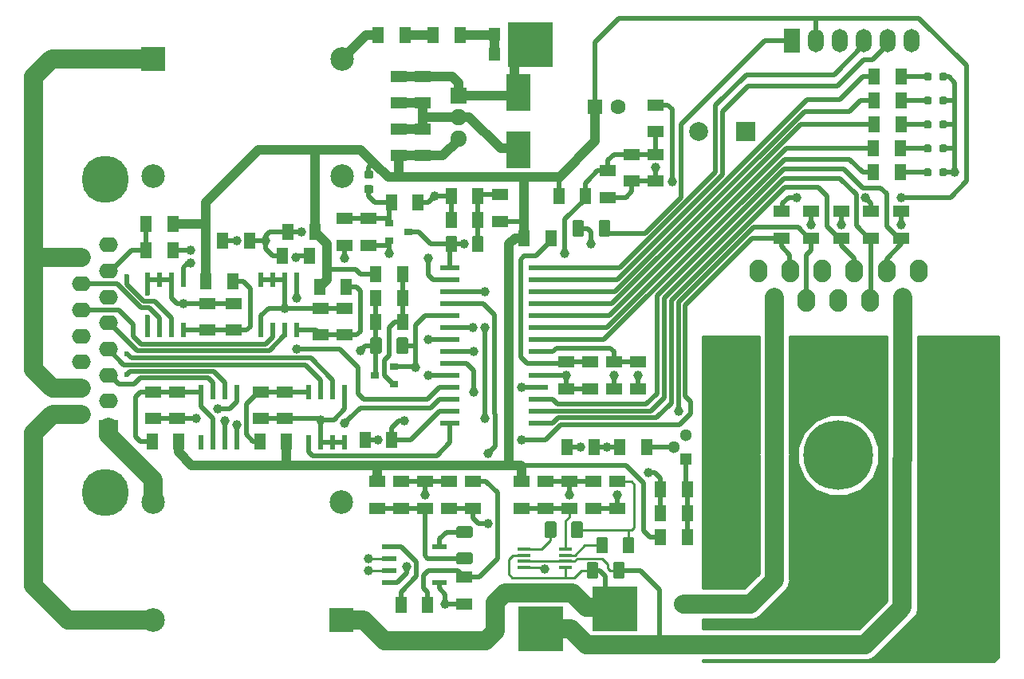
<source format=gbr>
G04 #@! TF.GenerationSoftware,KiCad,Pcbnew,(5.0.0)*
G04 #@! TF.CreationDate,2018-12-12T14:58:01+01:00*
G04 #@! TF.ProjectId,TrackAmplifier,547261636B416D706C69666965722E6B,rev?*
G04 #@! TF.SameCoordinates,Original*
G04 #@! TF.FileFunction,Copper,L1,Top,Signal*
G04 #@! TF.FilePolarity,Positive*
%FSLAX46Y46*%
G04 Gerber Fmt 4.6, Leading zero omitted, Abs format (unit mm)*
G04 Created by KiCad (PCBNEW (5.0.0)) date 12/12/18 14:58:01*
%MOMM*%
%LPD*%
G01*
G04 APERTURE LIST*
G04 #@! TA.AperFunction,SMDPad,CuDef*
%ADD10R,0.900000X0.800000*%
G04 #@! TD*
G04 #@! TA.AperFunction,SMDPad,CuDef*
%ADD11R,1.220000X1.800000*%
G04 #@! TD*
G04 #@! TA.AperFunction,ComponentPad*
%ADD12R,2.500000X2.500000*%
G04 #@! TD*
G04 #@! TA.AperFunction,ComponentPad*
%ADD13C,2.500000*%
G04 #@! TD*
G04 #@! TA.AperFunction,SMDPad,CuDef*
%ADD14R,1.800000X1.220000*%
G04 #@! TD*
G04 #@! TA.AperFunction,ComponentPad*
%ADD15O,1.900000X2.400000*%
G04 #@! TD*
G04 #@! TA.AperFunction,ComponentPad*
%ADD16R,2.000000X1.600000*%
G04 #@! TD*
G04 #@! TA.AperFunction,ComponentPad*
%ADD17O,2.000000X1.600000*%
G04 #@! TD*
G04 #@! TA.AperFunction,ComponentPad*
%ADD18C,5.000000*%
G04 #@! TD*
G04 #@! TA.AperFunction,ComponentPad*
%ADD19R,1.700000X2.500000*%
G04 #@! TD*
G04 #@! TA.AperFunction,ComponentPad*
%ADD20O,1.700000X2.500000*%
G04 #@! TD*
G04 #@! TA.AperFunction,ComponentPad*
%ADD21R,1.600000X1.600000*%
G04 #@! TD*
G04 #@! TA.AperFunction,ComponentPad*
%ADD22C,1.600000*%
G04 #@! TD*
G04 #@! TA.AperFunction,SMDPad,CuDef*
%ADD23R,0.600000X1.550000*%
G04 #@! TD*
G04 #@! TA.AperFunction,SMDPad,CuDef*
%ADD24R,2.000000X0.600000*%
G04 #@! TD*
G04 #@! TA.AperFunction,ComponentPad*
%ADD25C,1.300000*%
G04 #@! TD*
G04 #@! TA.AperFunction,ComponentPad*
%ADD26R,1.300000X1.300000*%
G04 #@! TD*
G04 #@! TA.AperFunction,ComponentPad*
%ADD27C,7.400000*%
G04 #@! TD*
G04 #@! TA.AperFunction,ComponentPad*
%ADD28C,0.800000*%
G04 #@! TD*
G04 #@! TA.AperFunction,ComponentPad*
%ADD29R,2.000000X2.000000*%
G04 #@! TD*
G04 #@! TA.AperFunction,ComponentPad*
%ADD30C,2.000000*%
G04 #@! TD*
G04 #@! TA.AperFunction,Conductor*
%ADD31C,0.100000*%
G04 #@! TD*
G04 #@! TA.AperFunction,SMDPad,CuDef*
%ADD32C,1.250000*%
G04 #@! TD*
G04 #@! TA.AperFunction,SMDPad,CuDef*
%ADD33R,1.270000X1.400000*%
G04 #@! TD*
G04 #@! TA.AperFunction,SMDPad,CuDef*
%ADD34R,4.720000X4.800000*%
G04 #@! TD*
G04 #@! TA.AperFunction,SMDPad,CuDef*
%ADD35R,1.400000X1.270000*%
G04 #@! TD*
G04 #@! TA.AperFunction,SMDPad,CuDef*
%ADD36R,4.800000X4.720000*%
G04 #@! TD*
G04 #@! TA.AperFunction,ComponentPad*
%ADD37R,1.800000X1.717500*%
G04 #@! TD*
G04 #@! TA.AperFunction,ComponentPad*
%ADD38O,1.800000X1.717500*%
G04 #@! TD*
G04 #@! TA.AperFunction,SMDPad,CuDef*
%ADD39R,1.550000X0.600000*%
G04 #@! TD*
G04 #@! TA.AperFunction,SMDPad,CuDef*
%ADD40R,1.450000X0.450000*%
G04 #@! TD*
G04 #@! TA.AperFunction,SMDPad,CuDef*
%ADD41C,0.875000*%
G04 #@! TD*
G04 #@! TA.AperFunction,SMDPad,CuDef*
%ADD42R,2.500000X4.000000*%
G04 #@! TD*
G04 #@! TA.AperFunction,SMDPad,CuDef*
%ADD43C,0.800000*%
G04 #@! TD*
G04 #@! TA.AperFunction,ViaPad*
%ADD44C,1.000000*%
G04 #@! TD*
G04 #@! TA.AperFunction,ViaPad*
%ADD45C,0.600000*%
G04 #@! TD*
G04 #@! TA.AperFunction,ViaPad*
%ADD46C,2.000000*%
G04 #@! TD*
G04 #@! TA.AperFunction,Conductor*
%ADD47C,0.500000*%
G04 #@! TD*
G04 #@! TA.AperFunction,Conductor*
%ADD48C,0.250000*%
G04 #@! TD*
G04 #@! TA.AperFunction,Conductor*
%ADD49C,1.000000*%
G04 #@! TD*
G04 #@! TA.AperFunction,Conductor*
%ADD50C,2.000000*%
G04 #@! TD*
G04 #@! TA.AperFunction,Conductor*
%ADD51C,0.254000*%
G04 #@! TD*
G04 APERTURE END LIST*
D10*
G04 #@! TO.P,U10,1*
G04 #@! TO.N,Net-(C32-Pad2)*
X90116000Y-89835000D03*
G04 #@! TO.P,U10,2*
G04 #@! TO.N,VREF*
X90116000Y-87935000D03*
G04 #@! TO.P,U10,3*
G04 #@! TO.N,GND*
X88116000Y-88885000D03*
G04 #@! TD*
D11*
G04 #@! TO.P,R5,1*
G04 #@! TO.N,Vbus_flt*
X88448000Y-52690000D03*
G04 #@! TO.P,R5,2*
G04 #@! TO.N,Net-(R3-Pad1)*
X91308000Y-52690000D03*
G04 #@! TD*
D12*
G04 #@! TO.P,FL1,1*
G04 #@! TO.N,OCC2*
X84544000Y-114843800D03*
D13*
G04 #@! TO.P,FL1,2*
G04 #@! TO.N,PWMO1*
X64544000Y-114843800D03*
G04 #@! TO.P,FL1,3*
G04 #@! TO.N,PWM2*
X84544000Y-102343800D03*
G04 #@! TO.P,FL1,4*
G04 #@! TO.N,PWMO2*
X64544000Y-102343800D03*
G04 #@! TD*
D12*
G04 #@! TO.P,FL2,1*
G04 #@! TO.N,Net-(FL2-Pad1)*
X64605000Y-55230000D03*
D13*
G04 #@! TO.P,FL2,2*
G04 #@! TO.N,Vbus_flt*
X84605000Y-55230000D03*
G04 #@! TO.P,FL2,3*
G04 #@! TO.N,GNDD*
X64605000Y-67730000D03*
G04 #@! TO.P,FL2,4*
G04 #@! TO.N,GND*
X84605000Y-67730000D03*
G04 #@! TD*
D14*
G04 #@! TO.P,R17,1*
G04 #@! TO.N,Vlm*
X117945000Y-63010000D03*
G04 #@! TO.P,R17,2*
G04 #@! TO.N,Net-(C6-Pad1)*
X117945000Y-60150000D03*
G04 #@! TD*
D15*
G04 #@! TO.P,U4,1*
G04 #@! TO.N,Net-(C17-Pad1)*
X145820000Y-77760000D03*
G04 #@! TO.P,U4,2*
G04 #@! TO.N,OCC1*
X144120000Y-80900000D03*
G04 #@! TO.P,U4,3*
G04 #@! TO.N,DIR*
X142420000Y-77760000D03*
G04 #@! TO.P,U4,4*
G04 #@! TO.N,BRK*
X140720000Y-80900000D03*
G04 #@! TO.P,U4,5*
G04 #@! TO.N,PWM*
X139020000Y-77760000D03*
G04 #@! TO.P,U4,6*
G04 #@! TO.N,Net-(C6-Pad1)*
X137320000Y-80900000D03*
G04 #@! TO.P,U4,7*
G04 #@! TO.N,GND*
X135620000Y-77760000D03*
G04 #@! TO.P,U4,8*
G04 #@! TO.N,CSEN*
X133920000Y-80900000D03*
G04 #@! TO.P,U4,9*
G04 #@! TO.N,THFLG*
X132220000Y-77760000D03*
G04 #@! TO.P,U4,10*
G04 #@! TO.N,PWM2*
X130520000Y-80900000D03*
G04 #@! TO.P,U4,11*
G04 #@! TO.N,Net-(C18-Pad2)*
X128820000Y-77760000D03*
G04 #@! TD*
D16*
G04 #@! TO.P,J1,1*
G04 #@! TO.N,PWMO2*
X59800000Y-94390000D03*
D17*
G04 #@! TO.P,J1,2*
G04 #@! TO.N,GNDD*
X59800000Y-91620000D03*
G04 #@! TO.P,J1,3*
G04 #@! TO.N,TX_B*
X59800000Y-88850000D03*
G04 #@! TO.P,J1,4*
G04 #@! TO.N,RX_B*
X59800000Y-86080000D03*
G04 #@! TO.P,J1,5*
G04 #@! TO.N,Sync_B*
X59800000Y-83310000D03*
G04 #@! TO.P,J1,6*
G04 #@! TO.N,Reset_B*
X59800000Y-80540000D03*
G04 #@! TO.P,J1,7*
G04 #@! TO.N,ID_R*
X59800000Y-77770000D03*
G04 #@! TO.P,J1,8*
G04 #@! TO.N,GNDD*
X59800000Y-75000000D03*
G04 #@! TO.P,J1,9*
G04 #@! TO.N,PWMO1*
X56960000Y-93005000D03*
G04 #@! TO.P,J1,10*
G04 #@! TO.N,Net-(FL2-Pad1)*
X56960000Y-90235000D03*
G04 #@! TO.P,J1,11*
G04 #@! TO.N,TX_A*
X56960000Y-87465000D03*
G04 #@! TO.P,J1,12*
G04 #@! TO.N,RX_A*
X56960000Y-84695000D03*
G04 #@! TO.P,J1,13*
G04 #@! TO.N,Sync_A*
X56960000Y-81925000D03*
G04 #@! TO.P,J1,14*
G04 #@! TO.N,Reset_A*
X56960000Y-79155000D03*
G04 #@! TO.P,J1,15*
G04 #@! TO.N,Net-(FL2-Pad1)*
X56960000Y-76385000D03*
D18*
G04 #@! TO.P,J1,0*
G04 #@! TO.N,GNDD*
X59500000Y-101345000D03*
X59500000Y-68045000D03*
G04 #@! TD*
D19*
G04 #@! TO.P,J2,1*
G04 #@! TO.N,VPP*
X132423000Y-53325000D03*
D20*
G04 #@! TO.P,J2,2*
G04 #@! TO.N,+5V*
X134963000Y-53325000D03*
G04 #@! TO.P,J2,3*
G04 #@! TO.N,GND*
X137503000Y-53325000D03*
G04 #@! TO.P,J2,4*
G04 #@! TO.N,ICSPDAT*
X140043000Y-53325000D03*
G04 #@! TO.P,J2,5*
G04 #@! TO.N,ICSPCLK*
X142583000Y-53325000D03*
G04 #@! TO.P,J2,6*
G04 #@! TO.N,Net-(J2-Pad6)*
X145123000Y-53325000D03*
G04 #@! TD*
D14*
G04 #@! TO.P,C1,2*
G04 #@! TO.N,Net-(C1-Pad2)*
X70320000Y-84092000D03*
G04 #@! TO.P,C1,1*
G04 #@! TO.N,GND*
X70320000Y-81232000D03*
G04 #@! TD*
G04 #@! TO.P,C2,1*
G04 #@! TO.N,GND*
X84925000Y-81740000D03*
G04 #@! TO.P,C2,2*
G04 #@! TO.N,Net-(C2-Pad2)*
X84925000Y-84600000D03*
G04 #@! TD*
G04 #@! TO.P,C3,1*
G04 #@! TO.N,GND*
X73096675Y-81232000D03*
G04 #@! TO.P,C3,2*
G04 #@! TO.N,Net-(C1-Pad2)*
X73096675Y-84092000D03*
G04 #@! TD*
G04 #@! TO.P,C4,1*
G04 #@! TO.N,GND*
X82385000Y-81740000D03*
G04 #@! TO.P,C4,2*
G04 #@! TO.N,Net-(C2-Pad2)*
X82385000Y-84600000D03*
G04 #@! TD*
G04 #@! TO.P,C5,1*
G04 #@! TO.N,GND*
X90640000Y-59962000D03*
G04 #@! TO.P,C5,2*
G04 #@! TO.N,Net-(C21-Pad1)*
X90640000Y-57102000D03*
G04 #@! TD*
G04 #@! TO.P,C7,2*
G04 #@! TO.N,Net-(C21-Pad1)*
X93180000Y-57102000D03*
G04 #@! TO.P,C7,1*
G04 #@! TO.N,GND*
X93180000Y-59962000D03*
G04 #@! TD*
G04 #@! TO.P,C10,2*
G04 #@! TO.N,+5V*
X93180000Y-65550000D03*
G04 #@! TO.P,C10,1*
G04 #@! TO.N,GND*
X93180000Y-62690000D03*
G04 #@! TD*
G04 #@! TO.P,C11,1*
G04 #@! TO.N,GND*
X64605000Y-93490000D03*
G04 #@! TO.P,C11,2*
G04 #@! TO.N,Net-(C11-Pad2)*
X64605000Y-90630000D03*
G04 #@! TD*
G04 #@! TO.P,C12,2*
G04 #@! TO.N,Net-(C12-Pad2)*
X76035000Y-90630000D03*
G04 #@! TO.P,C12,1*
G04 #@! TO.N,GND*
X76035000Y-93490000D03*
G04 #@! TD*
G04 #@! TO.P,C13,1*
G04 #@! TO.N,GND*
X90640000Y-62690000D03*
G04 #@! TO.P,C13,2*
G04 #@! TO.N,+5V*
X90640000Y-65550000D03*
G04 #@! TD*
G04 #@! TO.P,C14,1*
G04 #@! TO.N,GND*
X67145000Y-93490000D03*
G04 #@! TO.P,C14,2*
G04 #@! TO.N,Net-(C11-Pad2)*
X67145000Y-90630000D03*
G04 #@! TD*
G04 #@! TO.P,C15,2*
G04 #@! TO.N,Net-(C12-Pad2)*
X78575000Y-90630000D03*
G04 #@! TO.P,C15,1*
G04 #@! TO.N,GND*
X78575000Y-93490000D03*
G04 #@! TD*
D21*
G04 #@! TO.P,C16,1*
G04 #@! TO.N,+5V*
X111468000Y-60310000D03*
D22*
G04 #@! TO.P,C16,2*
G04 #@! TO.N,GND*
X113968000Y-60310000D03*
G04 #@! TD*
D14*
G04 #@! TO.P,C19,1*
G04 #@! TO.N,GND*
X90894000Y-100155000D03*
G04 #@! TO.P,C19,2*
G04 #@! TO.N,Net-(C19-Pad2)*
X90894000Y-103015000D03*
G04 #@! TD*
G04 #@! TO.P,C20,2*
G04 #@! TO.N,Net-(C19-Pad2)*
X93434000Y-103015000D03*
G04 #@! TO.P,C20,1*
G04 #@! TO.N,GND*
X93434000Y-100155000D03*
G04 #@! TD*
G04 #@! TO.P,C22,1*
G04 #@! TO.N,GND*
X95974000Y-100155000D03*
G04 #@! TO.P,C22,2*
G04 #@! TO.N,BMF*
X95974000Y-103015000D03*
G04 #@! TD*
G04 #@! TO.P,C23,2*
G04 #@! TO.N,Net-(C23-Pad2)*
X106261000Y-103015000D03*
G04 #@! TO.P,C23,1*
G04 #@! TO.N,GND*
X106261000Y-100155000D03*
G04 #@! TD*
G04 #@! TO.P,C24,1*
G04 #@! TO.N,GND*
X108801000Y-100155000D03*
G04 #@! TO.P,C24,2*
G04 #@! TO.N,Net-(C23-Pad2)*
X108801000Y-103015000D03*
G04 #@! TD*
G04 #@! TO.P,C26,2*
G04 #@! TO.N,Net-(C26-Pad2)*
X110960000Y-87452479D03*
G04 #@! TO.P,C26,1*
G04 #@! TO.N,GND*
X110960000Y-90312479D03*
G04 #@! TD*
G04 #@! TO.P,C27,1*
G04 #@! TO.N,GND*
X108420000Y-90315000D03*
G04 #@! TO.P,C27,2*
G04 #@! TO.N,Net-(C26-Pad2)*
X108420000Y-87455000D03*
G04 #@! TD*
G04 #@! TO.P,C28,1*
G04 #@! TO.N,GND*
X111341000Y-100155000D03*
G04 #@! TO.P,C28,2*
G04 #@! TO.N,OCC*
X111341000Y-103015000D03*
G04 #@! TD*
G04 #@! TO.P,C29,2*
G04 #@! TO.N,CSEN_FLT*
X113500000Y-87455000D03*
G04 #@! TO.P,C29,1*
G04 #@! TO.N,GND*
X113500000Y-90315000D03*
G04 #@! TD*
D11*
G04 #@! TO.P,C30,2*
G04 #@! TO.N,ID*
X74798000Y-74534000D03*
G04 #@! TO.P,C30,1*
G04 #@! TO.N,GND*
X71938000Y-74534000D03*
G04 #@! TD*
G04 #@! TO.P,C31,2*
G04 #@! TO.N,Net-(C31-Pad2)*
X99055000Y-72375000D03*
G04 #@! TO.P,C31,1*
G04 #@! TO.N,GND*
X96195000Y-72375000D03*
G04 #@! TD*
G04 #@! TO.P,D5,1*
G04 #@! TO.N,+5V*
X81750000Y-73645000D03*
G04 #@! TO.P,D5,2*
G04 #@! TO.N,ID*
X78890000Y-73645000D03*
G04 #@! TD*
G04 #@! TO.P,D6,2*
G04 #@! TO.N,GND*
X81148000Y-76185000D03*
G04 #@! TO.P,D6,1*
G04 #@! TO.N,ID*
X78288000Y-76185000D03*
G04 #@! TD*
D10*
G04 #@! TO.P,Q1,1*
G04 #@! TO.N,Net-(C37-Pad2)*
X89640000Y-72695000D03*
G04 #@! TO.P,Q1,2*
G04 #@! TO.N,GND*
X89640000Y-74595000D03*
G04 #@! TO.P,Q1,3*
G04 #@! TO.N,RST*
X91640000Y-73645000D03*
G04 #@! TD*
D11*
G04 #@! TO.P,R1,2*
G04 #@! TO.N,+5V*
X70160000Y-78852000D03*
G04 #@! TO.P,R1,1*
G04 #@! TO.N,Net-(C1-Pad2)*
X73020000Y-78852000D03*
G04 #@! TD*
G04 #@! TO.P,R2,2*
G04 #@! TO.N,+5V*
X82225000Y-79487000D03*
G04 #@! TO.P,R2,1*
G04 #@! TO.N,Net-(C2-Pad2)*
X85085000Y-79487000D03*
G04 #@! TD*
G04 #@! TO.P,R3,2*
G04 #@! TO.N,Net-(D7-Pad1)*
X97150000Y-52690000D03*
G04 #@! TO.P,R3,1*
G04 #@! TO.N,Net-(R3-Pad1)*
X94290000Y-52690000D03*
G04 #@! TD*
D14*
G04 #@! TO.P,R4,2*
G04 #@! TO.N,+5V*
X140805000Y-71420000D03*
G04 #@! TO.P,R4,1*
G04 #@! TO.N,BRK*
X140805000Y-74280000D03*
G04 #@! TD*
G04 #@! TO.P,R6,1*
G04 #@! TO.N,GND*
X137630000Y-71420000D03*
G04 #@! TO.P,R6,2*
G04 #@! TO.N,PWM*
X137630000Y-74280000D03*
G04 #@! TD*
G04 #@! TO.P,R7,1*
G04 #@! TO.N,GND*
X143980000Y-71420000D03*
G04 #@! TO.P,R7,2*
G04 #@! TO.N,DIR*
X143980000Y-74280000D03*
G04 #@! TD*
G04 #@! TO.P,R8,1*
G04 #@! TO.N,Net-(R8-Pad1)*
X84925000Y-75075000D03*
G04 #@! TO.P,R8,2*
G04 #@! TO.N,Net-(C37-Pad2)*
X84925000Y-72215000D03*
G04 #@! TD*
D11*
G04 #@! TO.P,R9,1*
G04 #@! TO.N,Net-(C11-Pad2)*
X64445000Y-95870000D03*
G04 #@! TO.P,R9,2*
G04 #@! TO.N,+5V*
X67305000Y-95870000D03*
G04 #@! TD*
G04 #@! TO.P,R10,2*
G04 #@! TO.N,+5V*
X78735000Y-95870000D03*
G04 #@! TO.P,R10,1*
G04 #@! TO.N,Net-(C12-Pad2)*
X75875000Y-95870000D03*
G04 #@! TD*
G04 #@! TO.P,R11,2*
G04 #@! TO.N,+5V*
X118420000Y-106030000D03*
G04 #@! TO.P,R11,1*
G04 #@! TO.N,Net-(C34-Pad2)*
X121280000Y-106030000D03*
G04 #@! TD*
D14*
G04 #@! TO.P,R12,2*
G04 #@! TO.N,Net-(C19-Pad2)*
X88354000Y-103015000D03*
G04 #@! TO.P,R12,1*
G04 #@! TO.N,+5V*
X88354000Y-100155000D03*
G04 #@! TD*
D11*
G04 #@! TO.P,R13,1*
G04 #@! TO.N,Net-(R13-Pad1)*
X93721000Y-113269000D03*
G04 #@! TO.P,R13,2*
G04 #@! TO.N,Net-(R13-Pad2)*
X90861000Y-113269000D03*
G04 #@! TD*
G04 #@! TO.P,R14,2*
G04 #@! TO.N,TX_ENA*
X89911000Y-95743000D03*
G04 #@! TO.P,R14,1*
G04 #@! TO.N,GND*
X87051000Y-95743000D03*
G04 #@! TD*
D14*
G04 #@! TO.P,R15,2*
G04 #@! TO.N,VREF*
X97625000Y-113175000D03*
G04 #@! TO.P,R15,1*
G04 #@! TO.N,Net-(R13-Pad1)*
X97625000Y-110315000D03*
G04 #@! TD*
G04 #@! TO.P,R18,1*
G04 #@! TO.N,BMF*
X98514000Y-103015000D03*
G04 #@! TO.P,R18,2*
G04 #@! TO.N,Net-(R13-Pad1)*
X98514000Y-100155000D03*
G04 #@! TD*
G04 #@! TO.P,R19,2*
G04 #@! TO.N,Net-(C23-Pad2)*
X103721000Y-103015000D03*
G04 #@! TO.P,R19,1*
G04 #@! TO.N,+5V*
X103721000Y-100155000D03*
G04 #@! TD*
D11*
G04 #@! TO.P,R22,1*
G04 #@! TO.N,+5V*
X103975000Y-74280000D03*
G04 #@! TO.P,R22,2*
G04 #@! TO.N,Net-(C26-Pad2)*
X106835000Y-74280000D03*
G04 #@! TD*
D14*
G04 #@! TO.P,R23,1*
G04 #@! TO.N,OCC*
X113881000Y-103015000D03*
G04 #@! TO.P,R23,2*
G04 #@! TO.N,Net-(D14-Pad1)*
X113881000Y-100155000D03*
G04 #@! TD*
G04 #@! TO.P,R24,2*
G04 #@! TO.N,CSEN*
X134455000Y-74280000D03*
G04 #@! TO.P,R24,1*
G04 #@! TO.N,GND*
X134455000Y-71420000D03*
G04 #@! TD*
G04 #@! TO.P,R25,1*
G04 #@! TO.N,CSEN*
X116040000Y-90315000D03*
G04 #@! TO.P,R25,2*
G04 #@! TO.N,CSEN_FLT*
X116040000Y-87455000D03*
G04 #@! TD*
D11*
G04 #@! TO.P,R30,1*
G04 #@! TO.N,ID_R*
X63810000Y-75550000D03*
G04 #@! TO.P,R30,2*
G04 #@! TO.N,ID*
X66670000Y-75550000D03*
G04 #@! TD*
G04 #@! TO.P,R31,1*
G04 #@! TO.N,Net-(C31-Pad2)*
X99055000Y-69835000D03*
G04 #@! TO.P,R31,2*
G04 #@! TO.N,GND*
X96195000Y-69835000D03*
G04 #@! TD*
D14*
G04 #@! TO.P,R32,1*
G04 #@! TO.N,+5V*
X101435000Y-72535000D03*
G04 #@! TO.P,R32,2*
G04 #@! TO.N,Net-(C31-Pad2)*
X101435000Y-69675000D03*
G04 #@! TD*
D11*
G04 #@! TO.P,R33,2*
G04 #@! TO.N,ID_R*
X63810000Y-72756000D03*
G04 #@! TO.P,R33,1*
G04 #@! TO.N,+5V*
X66670000Y-72756000D03*
G04 #@! TD*
D23*
G04 #@! TO.P,U1,1*
G04 #@! TO.N,Net-(R8-Pad1)*
X67780000Y-78692000D03*
G04 #@! TO.P,U1,2*
G04 #@! TO.N,GND*
X66510000Y-78692000D03*
G04 #@! TO.P,U1,3*
X65240000Y-78692000D03*
G04 #@! TO.P,U1,4*
X63970000Y-78692000D03*
G04 #@! TO.P,U1,5*
X63970000Y-84092000D03*
G04 #@! TO.P,U1,6*
G04 #@! TO.N,Reset_A*
X65240000Y-84092000D03*
G04 #@! TO.P,U1,7*
G04 #@! TO.N,Reset_B*
X66510000Y-84092000D03*
G04 #@! TO.P,U1,8*
G04 #@! TO.N,Net-(C1-Pad2)*
X67780000Y-84092000D03*
G04 #@! TD*
G04 #@! TO.P,U2,1*
G04 #@! TO.N,SYNC*
X79845000Y-78692000D03*
G04 #@! TO.P,U2,2*
G04 #@! TO.N,GND*
X78575000Y-78692000D03*
G04 #@! TO.P,U2,3*
X77305000Y-78692000D03*
G04 #@! TO.P,U2,4*
X76035000Y-78692000D03*
G04 #@! TO.P,U2,5*
X76035000Y-84092000D03*
G04 #@! TO.P,U2,6*
G04 #@! TO.N,Sync_A*
X77305000Y-84092000D03*
G04 #@! TO.P,U2,7*
G04 #@! TO.N,Sync_B*
X78575000Y-84092000D03*
G04 #@! TO.P,U2,8*
G04 #@! TO.N,Net-(C2-Pad2)*
X79845000Y-84092000D03*
G04 #@! TD*
G04 #@! TO.P,U5,8*
G04 #@! TO.N,Net-(C11-Pad2)*
X69685000Y-90630000D03*
G04 #@! TO.P,U5,7*
G04 #@! TO.N,TX_B*
X70955000Y-90630000D03*
G04 #@! TO.P,U5,6*
G04 #@! TO.N,TX_A*
X72225000Y-90630000D03*
G04 #@! TO.P,U5,5*
G04 #@! TO.N,GND*
X73495000Y-90630000D03*
G04 #@! TO.P,U5,4*
G04 #@! TO.N,TX*
X73495000Y-96030000D03*
G04 #@! TO.P,U5,3*
G04 #@! TO.N,TX_ENA*
X72225000Y-96030000D03*
G04 #@! TO.P,U5,2*
G04 #@! TO.N,Net-(C11-Pad2)*
X70955000Y-96030000D03*
G04 #@! TO.P,U5,1*
G04 #@! TO.N,Net-(U5-Pad1)*
X69685000Y-96030000D03*
G04 #@! TD*
G04 #@! TO.P,U6,8*
G04 #@! TO.N,Net-(C12-Pad2)*
X81115000Y-90630000D03*
G04 #@! TO.P,U6,7*
G04 #@! TO.N,RX_B*
X82385000Y-90630000D03*
G04 #@! TO.P,U6,6*
G04 #@! TO.N,RX_A*
X83655000Y-90630000D03*
G04 #@! TO.P,U6,5*
G04 #@! TO.N,GND*
X84925000Y-90630000D03*
G04 #@! TO.P,U6,4*
X84925000Y-96030000D03*
G04 #@! TO.P,U6,3*
X83655000Y-96030000D03*
G04 #@! TO.P,U6,2*
X82385000Y-96030000D03*
G04 #@! TO.P,U6,1*
G04 #@! TO.N,RX*
X81115000Y-96030000D03*
G04 #@! TD*
D24*
G04 #@! TO.P,U9,1*
G04 #@! TO.N,RST*
X96100000Y-77452479D03*
G04 #@! TO.P,U9,2*
G04 #@! TO.N,ID*
X96100000Y-78722479D03*
G04 #@! TO.P,U9,3*
G04 #@! TO.N,OCC*
X96100000Y-79992479D03*
G04 #@! TO.P,U9,4*
G04 #@! TO.N,BMF*
X96100000Y-81262479D03*
G04 #@! TO.P,U9,5*
G04 #@! TO.N,VREF*
X96100000Y-82532479D03*
G04 #@! TO.P,U9,6*
G04 #@! TO.N,Vlm*
X96100000Y-83802479D03*
G04 #@! TO.P,U9,7*
G04 #@! TO.N,Net-(R46-Pad2)*
X96100000Y-85072479D03*
G04 #@! TO.P,U9,8*
G04 #@! TO.N,GND*
X96100000Y-86342479D03*
G04 #@! TO.P,U9,9*
G04 #@! TO.N,THFLG*
X96100000Y-87612479D03*
G04 #@! TO.P,U9,10*
G04 #@! TO.N,Net-(R43-Pad2)*
X96100000Y-88882479D03*
G04 #@! TO.P,U9,11*
G04 #@! TO.N,SYNC*
X96100000Y-90152479D03*
G04 #@! TO.P,U9,12*
G04 #@! TO.N,TX*
X96100000Y-91422479D03*
G04 #@! TO.P,U9,13*
G04 #@! TO.N,TX_ENA*
X96100000Y-92692479D03*
G04 #@! TO.P,U9,14*
G04 #@! TO.N,RX*
X96100000Y-93962479D03*
G04 #@! TO.P,U9,15*
G04 #@! TO.N,PWM*
X105500000Y-93962479D03*
G04 #@! TO.P,U9,16*
G04 #@! TO.N,BRK*
X105500000Y-92692479D03*
G04 #@! TO.P,U9,17*
G04 #@! TO.N,DIR*
X105500000Y-91422479D03*
G04 #@! TO.P,U9,18*
G04 #@! TO.N,TEMP*
X105500000Y-90152479D03*
G04 #@! TO.P,U9,19*
G04 #@! TO.N,GND*
X105500000Y-88882479D03*
G04 #@! TO.P,U9,20*
G04 #@! TO.N,Net-(C26-Pad2)*
X105500000Y-87612479D03*
G04 #@! TO.P,U9,21*
G04 #@! TO.N,CSEN_FLT*
X105500000Y-86342479D03*
G04 #@! TO.P,U9,22*
G04 #@! TO.N,Net-(R29-Pad1)*
X105500000Y-85072479D03*
G04 #@! TO.P,U9,23*
G04 #@! TO.N,Net-(R35-Pad2)*
X105500000Y-83802479D03*
G04 #@! TO.P,U9,24*
G04 #@! TO.N,Net-(R28-Pad1)*
X105500000Y-82532479D03*
G04 #@! TO.P,U9,25*
G04 #@! TO.N,Net-(R27-Pad1)*
X105500000Y-81262479D03*
G04 #@! TO.P,U9,26*
G04 #@! TO.N,Net-(R26-Pad1)*
X105500000Y-79992479D03*
G04 #@! TO.P,U9,27*
G04 #@! TO.N,ICSPCLK*
X105500000Y-78722479D03*
G04 #@! TO.P,U9,28*
G04 #@! TO.N,ICSPDAT*
X105500000Y-77452479D03*
G04 #@! TD*
D11*
G04 #@! TO.P,C32,1*
G04 #@! TO.N,GND*
X88194000Y-80630000D03*
G04 #@! TO.P,C32,2*
G04 #@! TO.N,Net-(C32-Pad2)*
X91054000Y-80630000D03*
G04 #@! TD*
G04 #@! TO.P,C33,2*
G04 #@! TO.N,Net-(C32-Pad2)*
X91054000Y-83170000D03*
G04 #@! TO.P,C33,1*
G04 #@! TO.N,GND*
X88194000Y-83170000D03*
G04 #@! TD*
G04 #@! TO.P,R34,1*
G04 #@! TO.N,+5V*
X88194000Y-78090000D03*
G04 #@! TO.P,R34,2*
G04 #@! TO.N,Net-(C32-Pad2)*
X91054000Y-78090000D03*
G04 #@! TD*
G04 #@! TO.P,C34,2*
G04 #@! TO.N,Net-(C34-Pad2)*
X121280000Y-103490000D03*
G04 #@! TO.P,C34,1*
G04 #@! TO.N,GND*
X118420000Y-103490000D03*
G04 #@! TD*
G04 #@! TO.P,C35,1*
G04 #@! TO.N,GND*
X118420000Y-100950000D03*
G04 #@! TO.P,C35,2*
G04 #@! TO.N,Net-(C34-Pad2)*
X121280000Y-100950000D03*
G04 #@! TD*
D25*
G04 #@! TO.P,U11,2*
G04 #@! TO.N,Net-(R37-Pad1)*
X119850000Y-96505000D03*
G04 #@! TO.P,U11,3*
G04 #@! TO.N,GND*
X121120000Y-95235000D03*
D26*
G04 #@! TO.P,U11,1*
G04 #@! TO.N,Net-(C34-Pad2)*
X121120000Y-97775000D03*
G04 #@! TD*
D14*
G04 #@! TO.P,R36,1*
G04 #@! TO.N,Net-(C37-Pad2)*
X87465000Y-72215000D03*
G04 #@! TO.P,R36,2*
G04 #@! TO.N,GND*
X87465000Y-75075000D03*
G04 #@! TD*
D11*
G04 #@! TO.P,R37,1*
G04 #@! TO.N,Net-(R37-Pad1)*
X116962000Y-96505000D03*
G04 #@! TO.P,R37,2*
G04 #@! TO.N,TEMP*
X114102000Y-96505000D03*
G04 #@! TD*
D27*
G04 #@! TO.P,MK1,1*
G04 #@! TO.N,N/C*
X137317013Y-97367015D03*
D28*
X134542013Y-97367015D03*
X135354792Y-95404794D03*
X137317013Y-94592015D03*
X139279234Y-95404794D03*
X140092013Y-97367015D03*
X139279234Y-99329236D03*
X137317013Y-100142015D03*
X135354792Y-99329236D03*
G04 #@! TD*
D14*
G04 #@! TO.P,C36,1*
G04 #@! TO.N,GND*
X112865000Y-69995000D03*
G04 #@! TO.P,C36,2*
G04 #@! TO.N,Vlm*
X112865000Y-67135000D03*
G04 #@! TD*
D11*
G04 #@! TO.P,D9,2*
G04 #@! TO.N,Vlm*
X110485000Y-69835000D03*
G04 #@! TO.P,D9,1*
G04 #@! TO.N,+5V*
X107625000Y-69835000D03*
G04 #@! TD*
D14*
G04 #@! TO.P,D10,1*
G04 #@! TO.N,Vlm*
X115405000Y-65390000D03*
G04 #@! TO.P,D10,2*
G04 #@! TO.N,GND*
X115405000Y-68250000D03*
G04 #@! TD*
D29*
G04 #@! TO.P,C6,1*
G04 #@! TO.N,Net-(C6-Pad1)*
X127470000Y-62977000D03*
D30*
G04 #@! TO.P,C6,2*
G04 #@! TO.N,GND*
X122470000Y-62977000D03*
G04 #@! TD*
D14*
G04 #@! TO.P,R39,1*
G04 #@! TO.N,GND*
X117945000Y-68250000D03*
G04 #@! TO.P,R39,2*
G04 #@! TO.N,Vlm*
X117945000Y-65390000D03*
G04 #@! TD*
D11*
G04 #@! TO.P,R26,1*
G04 #@! TO.N,Net-(R26-Pad1)*
X141120000Y-57135000D03*
G04 #@! TO.P,R26,2*
G04 #@! TO.N,Net-(D1-Pad2)*
X143980000Y-57135000D03*
G04 #@! TD*
G04 #@! TO.P,R27,2*
G04 #@! TO.N,Net-(D2-Pad2)*
X143980000Y-59675000D03*
G04 #@! TO.P,R27,1*
G04 #@! TO.N,Net-(R27-Pad1)*
X141120000Y-59675000D03*
G04 #@! TD*
G04 #@! TO.P,R28,1*
G04 #@! TO.N,Net-(R28-Pad1)*
X141120000Y-62215000D03*
G04 #@! TO.P,R28,2*
G04 #@! TO.N,Net-(D3-Pad2)*
X143980000Y-62215000D03*
G04 #@! TD*
G04 #@! TO.P,R29,2*
G04 #@! TO.N,Net-(D8-Pad2)*
X143877815Y-67295000D03*
G04 #@! TO.P,R29,1*
G04 #@! TO.N,Net-(R29-Pad1)*
X141017815Y-67295000D03*
G04 #@! TD*
G04 #@! TO.P,R35,1*
G04 #@! TO.N,Net-(D4-Pad2)*
X143877815Y-64755000D03*
G04 #@! TO.P,R35,2*
G04 #@! TO.N,Net-(R35-Pad2)*
X141017815Y-64755000D03*
G04 #@! TD*
G04 #@! TO.P,C37,1*
G04 #@! TO.N,GND*
X92705000Y-70470000D03*
G04 #@! TO.P,C37,2*
G04 #@! TO.N,Net-(C37-Pad2)*
X89845000Y-70470000D03*
G04 #@! TD*
D14*
G04 #@! TO.P,R40,1*
G04 #@! TO.N,+5V*
X131280000Y-71420000D03*
G04 #@! TO.P,R40,2*
G04 #@! TO.N,THFLG*
X131280000Y-74280000D03*
G04 #@! TD*
D11*
G04 #@! TO.P,C38,1*
G04 #@! TO.N,GND*
X108514000Y-96505000D03*
G04 #@! TO.P,C38,2*
G04 #@! TO.N,TEMP*
X111374000Y-96505000D03*
G04 #@! TD*
D31*
G04 #@! TO.N,GND*
G04 #@! TO.C,C39*
G36*
X88623504Y-84836204D02*
X88647773Y-84839804D01*
X88671571Y-84845765D01*
X88694671Y-84854030D01*
X88716849Y-84864520D01*
X88737893Y-84877133D01*
X88757598Y-84891747D01*
X88775777Y-84908223D01*
X88792253Y-84926402D01*
X88806867Y-84946107D01*
X88819480Y-84967151D01*
X88829970Y-84989329D01*
X88838235Y-85012429D01*
X88844196Y-85036227D01*
X88847796Y-85060496D01*
X88849000Y-85085000D01*
X88849000Y-86335000D01*
X88847796Y-86359504D01*
X88844196Y-86383773D01*
X88838235Y-86407571D01*
X88829970Y-86430671D01*
X88819480Y-86452849D01*
X88806867Y-86473893D01*
X88792253Y-86493598D01*
X88775777Y-86511777D01*
X88757598Y-86528253D01*
X88737893Y-86542867D01*
X88716849Y-86555480D01*
X88694671Y-86565970D01*
X88671571Y-86574235D01*
X88647773Y-86580196D01*
X88623504Y-86583796D01*
X88599000Y-86585000D01*
X87849000Y-86585000D01*
X87824496Y-86583796D01*
X87800227Y-86580196D01*
X87776429Y-86574235D01*
X87753329Y-86565970D01*
X87731151Y-86555480D01*
X87710107Y-86542867D01*
X87690402Y-86528253D01*
X87672223Y-86511777D01*
X87655747Y-86493598D01*
X87641133Y-86473893D01*
X87628520Y-86452849D01*
X87618030Y-86430671D01*
X87609765Y-86407571D01*
X87603804Y-86383773D01*
X87600204Y-86359504D01*
X87599000Y-86335000D01*
X87599000Y-85085000D01*
X87600204Y-85060496D01*
X87603804Y-85036227D01*
X87609765Y-85012429D01*
X87618030Y-84989329D01*
X87628520Y-84967151D01*
X87641133Y-84946107D01*
X87655747Y-84926402D01*
X87672223Y-84908223D01*
X87690402Y-84891747D01*
X87710107Y-84877133D01*
X87731151Y-84864520D01*
X87753329Y-84854030D01*
X87776429Y-84845765D01*
X87800227Y-84839804D01*
X87824496Y-84836204D01*
X87849000Y-84835000D01*
X88599000Y-84835000D01*
X88623504Y-84836204D01*
X88623504Y-84836204D01*
G37*
D32*
G04 #@! TD*
G04 #@! TO.P,C39,1*
G04 #@! TO.N,GND*
X88224000Y-85710000D03*
D31*
G04 #@! TO.N,VREF*
G04 #@! TO.C,C39*
G36*
X91423504Y-84836204D02*
X91447773Y-84839804D01*
X91471571Y-84845765D01*
X91494671Y-84854030D01*
X91516849Y-84864520D01*
X91537893Y-84877133D01*
X91557598Y-84891747D01*
X91575777Y-84908223D01*
X91592253Y-84926402D01*
X91606867Y-84946107D01*
X91619480Y-84967151D01*
X91629970Y-84989329D01*
X91638235Y-85012429D01*
X91644196Y-85036227D01*
X91647796Y-85060496D01*
X91649000Y-85085000D01*
X91649000Y-86335000D01*
X91647796Y-86359504D01*
X91644196Y-86383773D01*
X91638235Y-86407571D01*
X91629970Y-86430671D01*
X91619480Y-86452849D01*
X91606867Y-86473893D01*
X91592253Y-86493598D01*
X91575777Y-86511777D01*
X91557598Y-86528253D01*
X91537893Y-86542867D01*
X91516849Y-86555480D01*
X91494671Y-86565970D01*
X91471571Y-86574235D01*
X91447773Y-86580196D01*
X91423504Y-86583796D01*
X91399000Y-86585000D01*
X90649000Y-86585000D01*
X90624496Y-86583796D01*
X90600227Y-86580196D01*
X90576429Y-86574235D01*
X90553329Y-86565970D01*
X90531151Y-86555480D01*
X90510107Y-86542867D01*
X90490402Y-86528253D01*
X90472223Y-86511777D01*
X90455747Y-86493598D01*
X90441133Y-86473893D01*
X90428520Y-86452849D01*
X90418030Y-86430671D01*
X90409765Y-86407571D01*
X90403804Y-86383773D01*
X90400204Y-86359504D01*
X90399000Y-86335000D01*
X90399000Y-85085000D01*
X90400204Y-85060496D01*
X90403804Y-85036227D01*
X90409765Y-85012429D01*
X90418030Y-84989329D01*
X90428520Y-84967151D01*
X90441133Y-84946107D01*
X90455747Y-84926402D01*
X90472223Y-84908223D01*
X90490402Y-84891747D01*
X90510107Y-84877133D01*
X90531151Y-84864520D01*
X90553329Y-84854030D01*
X90576429Y-84845765D01*
X90600227Y-84839804D01*
X90624496Y-84836204D01*
X90649000Y-84835000D01*
X91399000Y-84835000D01*
X91423504Y-84836204D01*
X91423504Y-84836204D01*
G37*
D32*
G04 #@! TD*
G04 #@! TO.P,C39,2*
G04 #@! TO.N,VREF*
X91024000Y-85710000D03*
D33*
G04 #@! TO.P,D7,2*
G04 #@! TO.N,Net-(D7-Pad1)*
X100805000Y-52666000D03*
D34*
G04 #@! TO.P,D7,3*
G04 #@! TO.N,Net-(C21-Pad1)*
X104610000Y-53706000D03*
D33*
G04 #@! TO.P,D7,1*
G04 #@! TO.N,Net-(D7-Pad1)*
X100805000Y-54746000D03*
G04 #@! TD*
D35*
G04 #@! TO.P,D11,1*
G04 #@! TO.N,OCC1*
X114667000Y-117455000D03*
D36*
G04 #@! TO.P,D11,3*
G04 #@! TO.N,OCC2*
X113627000Y-113650000D03*
D35*
G04 #@! TO.P,D11,2*
G04 #@! TO.N,OCC1*
X112587000Y-117455000D03*
G04 #@! TD*
G04 #@! TO.P,D12,1*
G04 #@! TO.N,OCC2*
X104713000Y-112004000D03*
D36*
G04 #@! TO.P,D12,3*
G04 #@! TO.N,OCC1*
X105753000Y-115809000D03*
D35*
G04 #@! TO.P,D12,2*
G04 #@! TO.N,OCC2*
X106793000Y-112004000D03*
G04 #@! TD*
D31*
G04 #@! TO.N,Net-(D14-Pad2)*
G04 #@! TO.C,D14*
G36*
X107165504Y-104394204D02*
X107189773Y-104397804D01*
X107213571Y-104403765D01*
X107236671Y-104412030D01*
X107258849Y-104422520D01*
X107279893Y-104435133D01*
X107299598Y-104449747D01*
X107317777Y-104466223D01*
X107334253Y-104484402D01*
X107348867Y-104504107D01*
X107361480Y-104525151D01*
X107371970Y-104547329D01*
X107380235Y-104570429D01*
X107386196Y-104594227D01*
X107389796Y-104618496D01*
X107391000Y-104643000D01*
X107391000Y-105893000D01*
X107389796Y-105917504D01*
X107386196Y-105941773D01*
X107380235Y-105965571D01*
X107371970Y-105988671D01*
X107361480Y-106010849D01*
X107348867Y-106031893D01*
X107334253Y-106051598D01*
X107317777Y-106069777D01*
X107299598Y-106086253D01*
X107279893Y-106100867D01*
X107258849Y-106113480D01*
X107236671Y-106123970D01*
X107213571Y-106132235D01*
X107189773Y-106138196D01*
X107165504Y-106141796D01*
X107141000Y-106143000D01*
X106391000Y-106143000D01*
X106366496Y-106141796D01*
X106342227Y-106138196D01*
X106318429Y-106132235D01*
X106295329Y-106123970D01*
X106273151Y-106113480D01*
X106252107Y-106100867D01*
X106232402Y-106086253D01*
X106214223Y-106069777D01*
X106197747Y-106051598D01*
X106183133Y-106031893D01*
X106170520Y-106010849D01*
X106160030Y-105988671D01*
X106151765Y-105965571D01*
X106145804Y-105941773D01*
X106142204Y-105917504D01*
X106141000Y-105893000D01*
X106141000Y-104643000D01*
X106142204Y-104618496D01*
X106145804Y-104594227D01*
X106151765Y-104570429D01*
X106160030Y-104547329D01*
X106170520Y-104525151D01*
X106183133Y-104504107D01*
X106197747Y-104484402D01*
X106214223Y-104466223D01*
X106232402Y-104449747D01*
X106252107Y-104435133D01*
X106273151Y-104422520D01*
X106295329Y-104412030D01*
X106318429Y-104403765D01*
X106342227Y-104397804D01*
X106366496Y-104394204D01*
X106391000Y-104393000D01*
X107141000Y-104393000D01*
X107165504Y-104394204D01*
X107165504Y-104394204D01*
G37*
D32*
G04 #@! TD*
G04 #@! TO.P,D14,2*
G04 #@! TO.N,Net-(D14-Pad2)*
X106766000Y-105268000D03*
D31*
G04 #@! TO.N,Net-(D14-Pad1)*
G04 #@! TO.C,D14*
G36*
X109965504Y-104394204D02*
X109989773Y-104397804D01*
X110013571Y-104403765D01*
X110036671Y-104412030D01*
X110058849Y-104422520D01*
X110079893Y-104435133D01*
X110099598Y-104449747D01*
X110117777Y-104466223D01*
X110134253Y-104484402D01*
X110148867Y-104504107D01*
X110161480Y-104525151D01*
X110171970Y-104547329D01*
X110180235Y-104570429D01*
X110186196Y-104594227D01*
X110189796Y-104618496D01*
X110191000Y-104643000D01*
X110191000Y-105893000D01*
X110189796Y-105917504D01*
X110186196Y-105941773D01*
X110180235Y-105965571D01*
X110171970Y-105988671D01*
X110161480Y-106010849D01*
X110148867Y-106031893D01*
X110134253Y-106051598D01*
X110117777Y-106069777D01*
X110099598Y-106086253D01*
X110079893Y-106100867D01*
X110058849Y-106113480D01*
X110036671Y-106123970D01*
X110013571Y-106132235D01*
X109989773Y-106138196D01*
X109965504Y-106141796D01*
X109941000Y-106143000D01*
X109191000Y-106143000D01*
X109166496Y-106141796D01*
X109142227Y-106138196D01*
X109118429Y-106132235D01*
X109095329Y-106123970D01*
X109073151Y-106113480D01*
X109052107Y-106100867D01*
X109032402Y-106086253D01*
X109014223Y-106069777D01*
X108997747Y-106051598D01*
X108983133Y-106031893D01*
X108970520Y-106010849D01*
X108960030Y-105988671D01*
X108951765Y-105965571D01*
X108945804Y-105941773D01*
X108942204Y-105917504D01*
X108941000Y-105893000D01*
X108941000Y-104643000D01*
X108942204Y-104618496D01*
X108945804Y-104594227D01*
X108951765Y-104570429D01*
X108960030Y-104547329D01*
X108970520Y-104525151D01*
X108983133Y-104504107D01*
X108997747Y-104484402D01*
X109014223Y-104466223D01*
X109032402Y-104449747D01*
X109052107Y-104435133D01*
X109073151Y-104422520D01*
X109095329Y-104412030D01*
X109118429Y-104403765D01*
X109142227Y-104397804D01*
X109166496Y-104394204D01*
X109191000Y-104393000D01*
X109941000Y-104393000D01*
X109965504Y-104394204D01*
X109965504Y-104394204D01*
G37*
D32*
G04 #@! TD*
G04 #@! TO.P,D14,1*
G04 #@! TO.N,Net-(D14-Pad1)*
X109566000Y-105268000D03*
D31*
G04 #@! TO.N,Net-(D14-Pad1)*
G04 #@! TO.C,D15*
G36*
X115426504Y-106045204D02*
X115450773Y-106048804D01*
X115474571Y-106054765D01*
X115497671Y-106063030D01*
X115519849Y-106073520D01*
X115540893Y-106086133D01*
X115560598Y-106100747D01*
X115578777Y-106117223D01*
X115595253Y-106135402D01*
X115609867Y-106155107D01*
X115622480Y-106176151D01*
X115632970Y-106198329D01*
X115641235Y-106221429D01*
X115647196Y-106245227D01*
X115650796Y-106269496D01*
X115652000Y-106294000D01*
X115652000Y-107544000D01*
X115650796Y-107568504D01*
X115647196Y-107592773D01*
X115641235Y-107616571D01*
X115632970Y-107639671D01*
X115622480Y-107661849D01*
X115609867Y-107682893D01*
X115595253Y-107702598D01*
X115578777Y-107720777D01*
X115560598Y-107737253D01*
X115540893Y-107751867D01*
X115519849Y-107764480D01*
X115497671Y-107774970D01*
X115474571Y-107783235D01*
X115450773Y-107789196D01*
X115426504Y-107792796D01*
X115402000Y-107794000D01*
X114652000Y-107794000D01*
X114627496Y-107792796D01*
X114603227Y-107789196D01*
X114579429Y-107783235D01*
X114556329Y-107774970D01*
X114534151Y-107764480D01*
X114513107Y-107751867D01*
X114493402Y-107737253D01*
X114475223Y-107720777D01*
X114458747Y-107702598D01*
X114444133Y-107682893D01*
X114431520Y-107661849D01*
X114421030Y-107639671D01*
X114412765Y-107616571D01*
X114406804Y-107592773D01*
X114403204Y-107568504D01*
X114402000Y-107544000D01*
X114402000Y-106294000D01*
X114403204Y-106269496D01*
X114406804Y-106245227D01*
X114412765Y-106221429D01*
X114421030Y-106198329D01*
X114431520Y-106176151D01*
X114444133Y-106155107D01*
X114458747Y-106135402D01*
X114475223Y-106117223D01*
X114493402Y-106100747D01*
X114513107Y-106086133D01*
X114534151Y-106073520D01*
X114556329Y-106063030D01*
X114579429Y-106054765D01*
X114603227Y-106048804D01*
X114627496Y-106045204D01*
X114652000Y-106044000D01*
X115402000Y-106044000D01*
X115426504Y-106045204D01*
X115426504Y-106045204D01*
G37*
D32*
G04 #@! TD*
G04 #@! TO.P,D15,1*
G04 #@! TO.N,Net-(D14-Pad1)*
X115027000Y-106919000D03*
D31*
G04 #@! TO.N,Net-(D15-Pad2)*
G04 #@! TO.C,D15*
G36*
X112626504Y-106045204D02*
X112650773Y-106048804D01*
X112674571Y-106054765D01*
X112697671Y-106063030D01*
X112719849Y-106073520D01*
X112740893Y-106086133D01*
X112760598Y-106100747D01*
X112778777Y-106117223D01*
X112795253Y-106135402D01*
X112809867Y-106155107D01*
X112822480Y-106176151D01*
X112832970Y-106198329D01*
X112841235Y-106221429D01*
X112847196Y-106245227D01*
X112850796Y-106269496D01*
X112852000Y-106294000D01*
X112852000Y-107544000D01*
X112850796Y-107568504D01*
X112847196Y-107592773D01*
X112841235Y-107616571D01*
X112832970Y-107639671D01*
X112822480Y-107661849D01*
X112809867Y-107682893D01*
X112795253Y-107702598D01*
X112778777Y-107720777D01*
X112760598Y-107737253D01*
X112740893Y-107751867D01*
X112719849Y-107764480D01*
X112697671Y-107774970D01*
X112674571Y-107783235D01*
X112650773Y-107789196D01*
X112626504Y-107792796D01*
X112602000Y-107794000D01*
X111852000Y-107794000D01*
X111827496Y-107792796D01*
X111803227Y-107789196D01*
X111779429Y-107783235D01*
X111756329Y-107774970D01*
X111734151Y-107764480D01*
X111713107Y-107751867D01*
X111693402Y-107737253D01*
X111675223Y-107720777D01*
X111658747Y-107702598D01*
X111644133Y-107682893D01*
X111631520Y-107661849D01*
X111621030Y-107639671D01*
X111612765Y-107616571D01*
X111606804Y-107592773D01*
X111603204Y-107568504D01*
X111602000Y-107544000D01*
X111602000Y-106294000D01*
X111603204Y-106269496D01*
X111606804Y-106245227D01*
X111612765Y-106221429D01*
X111621030Y-106198329D01*
X111631520Y-106176151D01*
X111644133Y-106155107D01*
X111658747Y-106135402D01*
X111675223Y-106117223D01*
X111693402Y-106100747D01*
X111713107Y-106086133D01*
X111734151Y-106073520D01*
X111756329Y-106063030D01*
X111779429Y-106054765D01*
X111803227Y-106048804D01*
X111827496Y-106045204D01*
X111852000Y-106044000D01*
X112602000Y-106044000D01*
X112626504Y-106045204D01*
X112626504Y-106045204D01*
G37*
D32*
G04 #@! TD*
G04 #@! TO.P,D15,2*
G04 #@! TO.N,Net-(D15-Pad2)*
X112227000Y-106919000D03*
D31*
G04 #@! TO.N,OCC2*
G04 #@! TO.C,R41*
G36*
X111610504Y-108712204D02*
X111634773Y-108715804D01*
X111658571Y-108721765D01*
X111681671Y-108730030D01*
X111703849Y-108740520D01*
X111724893Y-108753133D01*
X111744598Y-108767747D01*
X111762777Y-108784223D01*
X111779253Y-108802402D01*
X111793867Y-108822107D01*
X111806480Y-108843151D01*
X111816970Y-108865329D01*
X111825235Y-108888429D01*
X111831196Y-108912227D01*
X111834796Y-108936496D01*
X111836000Y-108961000D01*
X111836000Y-110211000D01*
X111834796Y-110235504D01*
X111831196Y-110259773D01*
X111825235Y-110283571D01*
X111816970Y-110306671D01*
X111806480Y-110328849D01*
X111793867Y-110349893D01*
X111779253Y-110369598D01*
X111762777Y-110387777D01*
X111744598Y-110404253D01*
X111724893Y-110418867D01*
X111703849Y-110431480D01*
X111681671Y-110441970D01*
X111658571Y-110450235D01*
X111634773Y-110456196D01*
X111610504Y-110459796D01*
X111586000Y-110461000D01*
X110836000Y-110461000D01*
X110811496Y-110459796D01*
X110787227Y-110456196D01*
X110763429Y-110450235D01*
X110740329Y-110441970D01*
X110718151Y-110431480D01*
X110697107Y-110418867D01*
X110677402Y-110404253D01*
X110659223Y-110387777D01*
X110642747Y-110369598D01*
X110628133Y-110349893D01*
X110615520Y-110328849D01*
X110605030Y-110306671D01*
X110596765Y-110283571D01*
X110590804Y-110259773D01*
X110587204Y-110235504D01*
X110586000Y-110211000D01*
X110586000Y-108961000D01*
X110587204Y-108936496D01*
X110590804Y-108912227D01*
X110596765Y-108888429D01*
X110605030Y-108865329D01*
X110615520Y-108843151D01*
X110628133Y-108822107D01*
X110642747Y-108802402D01*
X110659223Y-108784223D01*
X110677402Y-108767747D01*
X110697107Y-108753133D01*
X110718151Y-108740520D01*
X110740329Y-108730030D01*
X110763429Y-108721765D01*
X110787227Y-108715804D01*
X110811496Y-108712204D01*
X110836000Y-108711000D01*
X111586000Y-108711000D01*
X111610504Y-108712204D01*
X111610504Y-108712204D01*
G37*
D32*
G04 #@! TD*
G04 #@! TO.P,R41,1*
G04 #@! TO.N,OCC2*
X111211000Y-109586000D03*
D31*
G04 #@! TO.N,OCC1*
G04 #@! TO.C,R41*
G36*
X114410504Y-108712204D02*
X114434773Y-108715804D01*
X114458571Y-108721765D01*
X114481671Y-108730030D01*
X114503849Y-108740520D01*
X114524893Y-108753133D01*
X114544598Y-108767747D01*
X114562777Y-108784223D01*
X114579253Y-108802402D01*
X114593867Y-108822107D01*
X114606480Y-108843151D01*
X114616970Y-108865329D01*
X114625235Y-108888429D01*
X114631196Y-108912227D01*
X114634796Y-108936496D01*
X114636000Y-108961000D01*
X114636000Y-110211000D01*
X114634796Y-110235504D01*
X114631196Y-110259773D01*
X114625235Y-110283571D01*
X114616970Y-110306671D01*
X114606480Y-110328849D01*
X114593867Y-110349893D01*
X114579253Y-110369598D01*
X114562777Y-110387777D01*
X114544598Y-110404253D01*
X114524893Y-110418867D01*
X114503849Y-110431480D01*
X114481671Y-110441970D01*
X114458571Y-110450235D01*
X114434773Y-110456196D01*
X114410504Y-110459796D01*
X114386000Y-110461000D01*
X113636000Y-110461000D01*
X113611496Y-110459796D01*
X113587227Y-110456196D01*
X113563429Y-110450235D01*
X113540329Y-110441970D01*
X113518151Y-110431480D01*
X113497107Y-110418867D01*
X113477402Y-110404253D01*
X113459223Y-110387777D01*
X113442747Y-110369598D01*
X113428133Y-110349893D01*
X113415520Y-110328849D01*
X113405030Y-110306671D01*
X113396765Y-110283571D01*
X113390804Y-110259773D01*
X113387204Y-110235504D01*
X113386000Y-110211000D01*
X113386000Y-108961000D01*
X113387204Y-108936496D01*
X113390804Y-108912227D01*
X113396765Y-108888429D01*
X113405030Y-108865329D01*
X113415520Y-108843151D01*
X113428133Y-108822107D01*
X113442747Y-108802402D01*
X113459223Y-108784223D01*
X113477402Y-108767747D01*
X113497107Y-108753133D01*
X113518151Y-108740520D01*
X113540329Y-108730030D01*
X113563429Y-108721765D01*
X113587227Y-108715804D01*
X113611496Y-108712204D01*
X113636000Y-108711000D01*
X114386000Y-108711000D01*
X114410504Y-108712204D01*
X114410504Y-108712204D01*
G37*
D32*
G04 #@! TD*
G04 #@! TO.P,R41,2*
G04 #@! TO.N,OCC1*
X114011000Y-109586000D03*
D31*
G04 #@! TO.N,Net-(C19-Pad2)*
G04 #@! TO.C,R42*
G36*
X98274504Y-107695204D02*
X98298773Y-107698804D01*
X98322571Y-107704765D01*
X98345671Y-107713030D01*
X98367849Y-107723520D01*
X98388893Y-107736133D01*
X98408598Y-107750747D01*
X98426777Y-107767223D01*
X98443253Y-107785402D01*
X98457867Y-107805107D01*
X98470480Y-107826151D01*
X98480970Y-107848329D01*
X98489235Y-107871429D01*
X98495196Y-107895227D01*
X98498796Y-107919496D01*
X98500000Y-107944000D01*
X98500000Y-108694000D01*
X98498796Y-108718504D01*
X98495196Y-108742773D01*
X98489235Y-108766571D01*
X98480970Y-108789671D01*
X98470480Y-108811849D01*
X98457867Y-108832893D01*
X98443253Y-108852598D01*
X98426777Y-108870777D01*
X98408598Y-108887253D01*
X98388893Y-108901867D01*
X98367849Y-108914480D01*
X98345671Y-108924970D01*
X98322571Y-108933235D01*
X98298773Y-108939196D01*
X98274504Y-108942796D01*
X98250000Y-108944000D01*
X97000000Y-108944000D01*
X96975496Y-108942796D01*
X96951227Y-108939196D01*
X96927429Y-108933235D01*
X96904329Y-108924970D01*
X96882151Y-108914480D01*
X96861107Y-108901867D01*
X96841402Y-108887253D01*
X96823223Y-108870777D01*
X96806747Y-108852598D01*
X96792133Y-108832893D01*
X96779520Y-108811849D01*
X96769030Y-108789671D01*
X96760765Y-108766571D01*
X96754804Y-108742773D01*
X96751204Y-108718504D01*
X96750000Y-108694000D01*
X96750000Y-107944000D01*
X96751204Y-107919496D01*
X96754804Y-107895227D01*
X96760765Y-107871429D01*
X96769030Y-107848329D01*
X96779520Y-107826151D01*
X96792133Y-107805107D01*
X96806747Y-107785402D01*
X96823223Y-107767223D01*
X96841402Y-107750747D01*
X96861107Y-107736133D01*
X96882151Y-107723520D01*
X96904329Y-107713030D01*
X96927429Y-107704765D01*
X96951227Y-107698804D01*
X96975496Y-107695204D01*
X97000000Y-107694000D01*
X98250000Y-107694000D01*
X98274504Y-107695204D01*
X98274504Y-107695204D01*
G37*
D32*
G04 #@! TD*
G04 #@! TO.P,R42,1*
G04 #@! TO.N,Net-(C19-Pad2)*
X97625000Y-108319000D03*
D31*
G04 #@! TO.N,Net-(R42-Pad2)*
G04 #@! TO.C,R42*
G36*
X98274504Y-104895204D02*
X98298773Y-104898804D01*
X98322571Y-104904765D01*
X98345671Y-104913030D01*
X98367849Y-104923520D01*
X98388893Y-104936133D01*
X98408598Y-104950747D01*
X98426777Y-104967223D01*
X98443253Y-104985402D01*
X98457867Y-105005107D01*
X98470480Y-105026151D01*
X98480970Y-105048329D01*
X98489235Y-105071429D01*
X98495196Y-105095227D01*
X98498796Y-105119496D01*
X98500000Y-105144000D01*
X98500000Y-105894000D01*
X98498796Y-105918504D01*
X98495196Y-105942773D01*
X98489235Y-105966571D01*
X98480970Y-105989671D01*
X98470480Y-106011849D01*
X98457867Y-106032893D01*
X98443253Y-106052598D01*
X98426777Y-106070777D01*
X98408598Y-106087253D01*
X98388893Y-106101867D01*
X98367849Y-106114480D01*
X98345671Y-106124970D01*
X98322571Y-106133235D01*
X98298773Y-106139196D01*
X98274504Y-106142796D01*
X98250000Y-106144000D01*
X97000000Y-106144000D01*
X96975496Y-106142796D01*
X96951227Y-106139196D01*
X96927429Y-106133235D01*
X96904329Y-106124970D01*
X96882151Y-106114480D01*
X96861107Y-106101867D01*
X96841402Y-106087253D01*
X96823223Y-106070777D01*
X96806747Y-106052598D01*
X96792133Y-106032893D01*
X96779520Y-106011849D01*
X96769030Y-105989671D01*
X96760765Y-105966571D01*
X96754804Y-105942773D01*
X96751204Y-105918504D01*
X96750000Y-105894000D01*
X96750000Y-105144000D01*
X96751204Y-105119496D01*
X96754804Y-105095227D01*
X96760765Y-105071429D01*
X96769030Y-105048329D01*
X96779520Y-105026151D01*
X96792133Y-105005107D01*
X96806747Y-104985402D01*
X96823223Y-104967223D01*
X96841402Y-104950747D01*
X96861107Y-104936133D01*
X96882151Y-104923520D01*
X96904329Y-104913030D01*
X96927429Y-104904765D01*
X96951227Y-104898804D01*
X96975496Y-104895204D01*
X97000000Y-104894000D01*
X98250000Y-104894000D01*
X98274504Y-104895204D01*
X98274504Y-104895204D01*
G37*
D32*
G04 #@! TD*
G04 #@! TO.P,R42,2*
G04 #@! TO.N,Net-(R42-Pad2)*
X97625000Y-105519000D03*
D31*
G04 #@! TO.N,RST*
G04 #@! TO.C,R44*
G36*
X96627504Y-74041204D02*
X96651773Y-74044804D01*
X96675571Y-74050765D01*
X96698671Y-74059030D01*
X96720849Y-74069520D01*
X96741893Y-74082133D01*
X96761598Y-74096747D01*
X96779777Y-74113223D01*
X96796253Y-74131402D01*
X96810867Y-74151107D01*
X96823480Y-74172151D01*
X96833970Y-74194329D01*
X96842235Y-74217429D01*
X96848196Y-74241227D01*
X96851796Y-74265496D01*
X96853000Y-74290000D01*
X96853000Y-75540000D01*
X96851796Y-75564504D01*
X96848196Y-75588773D01*
X96842235Y-75612571D01*
X96833970Y-75635671D01*
X96823480Y-75657849D01*
X96810867Y-75678893D01*
X96796253Y-75698598D01*
X96779777Y-75716777D01*
X96761598Y-75733253D01*
X96741893Y-75747867D01*
X96720849Y-75760480D01*
X96698671Y-75770970D01*
X96675571Y-75779235D01*
X96651773Y-75785196D01*
X96627504Y-75788796D01*
X96603000Y-75790000D01*
X95853000Y-75790000D01*
X95828496Y-75788796D01*
X95804227Y-75785196D01*
X95780429Y-75779235D01*
X95757329Y-75770970D01*
X95735151Y-75760480D01*
X95714107Y-75747867D01*
X95694402Y-75733253D01*
X95676223Y-75716777D01*
X95659747Y-75698598D01*
X95645133Y-75678893D01*
X95632520Y-75657849D01*
X95622030Y-75635671D01*
X95613765Y-75612571D01*
X95607804Y-75588773D01*
X95604204Y-75564504D01*
X95603000Y-75540000D01*
X95603000Y-74290000D01*
X95604204Y-74265496D01*
X95607804Y-74241227D01*
X95613765Y-74217429D01*
X95622030Y-74194329D01*
X95632520Y-74172151D01*
X95645133Y-74151107D01*
X95659747Y-74131402D01*
X95676223Y-74113223D01*
X95694402Y-74096747D01*
X95714107Y-74082133D01*
X95735151Y-74069520D01*
X95757329Y-74059030D01*
X95780429Y-74050765D01*
X95804227Y-74044804D01*
X95828496Y-74041204D01*
X95853000Y-74040000D01*
X96603000Y-74040000D01*
X96627504Y-74041204D01*
X96627504Y-74041204D01*
G37*
D32*
G04 #@! TD*
G04 #@! TO.P,R44,1*
G04 #@! TO.N,RST*
X96228000Y-74915000D03*
D31*
G04 #@! TO.N,Net-(C31-Pad2)*
G04 #@! TO.C,R44*
G36*
X99427504Y-74041204D02*
X99451773Y-74044804D01*
X99475571Y-74050765D01*
X99498671Y-74059030D01*
X99520849Y-74069520D01*
X99541893Y-74082133D01*
X99561598Y-74096747D01*
X99579777Y-74113223D01*
X99596253Y-74131402D01*
X99610867Y-74151107D01*
X99623480Y-74172151D01*
X99633970Y-74194329D01*
X99642235Y-74217429D01*
X99648196Y-74241227D01*
X99651796Y-74265496D01*
X99653000Y-74290000D01*
X99653000Y-75540000D01*
X99651796Y-75564504D01*
X99648196Y-75588773D01*
X99642235Y-75612571D01*
X99633970Y-75635671D01*
X99623480Y-75657849D01*
X99610867Y-75678893D01*
X99596253Y-75698598D01*
X99579777Y-75716777D01*
X99561598Y-75733253D01*
X99541893Y-75747867D01*
X99520849Y-75760480D01*
X99498671Y-75770970D01*
X99475571Y-75779235D01*
X99451773Y-75785196D01*
X99427504Y-75788796D01*
X99403000Y-75790000D01*
X98653000Y-75790000D01*
X98628496Y-75788796D01*
X98604227Y-75785196D01*
X98580429Y-75779235D01*
X98557329Y-75770970D01*
X98535151Y-75760480D01*
X98514107Y-75747867D01*
X98494402Y-75733253D01*
X98476223Y-75716777D01*
X98459747Y-75698598D01*
X98445133Y-75678893D01*
X98432520Y-75657849D01*
X98422030Y-75635671D01*
X98413765Y-75612571D01*
X98407804Y-75588773D01*
X98404204Y-75564504D01*
X98403000Y-75540000D01*
X98403000Y-74290000D01*
X98404204Y-74265496D01*
X98407804Y-74241227D01*
X98413765Y-74217429D01*
X98422030Y-74194329D01*
X98432520Y-74172151D01*
X98445133Y-74151107D01*
X98459747Y-74131402D01*
X98476223Y-74113223D01*
X98494402Y-74096747D01*
X98514107Y-74082133D01*
X98535151Y-74069520D01*
X98557329Y-74059030D01*
X98580429Y-74050765D01*
X98604227Y-74044804D01*
X98628496Y-74041204D01*
X98653000Y-74040000D01*
X99403000Y-74040000D01*
X99427504Y-74041204D01*
X99427504Y-74041204D01*
G37*
D32*
G04 #@! TD*
G04 #@! TO.P,R44,2*
G04 #@! TO.N,Net-(C31-Pad2)*
X99028000Y-74915000D03*
D31*
G04 #@! TO.N,VPP*
G04 #@! TO.C,R45*
G36*
X112886504Y-72390204D02*
X112910773Y-72393804D01*
X112934571Y-72399765D01*
X112957671Y-72408030D01*
X112979849Y-72418520D01*
X113000893Y-72431133D01*
X113020598Y-72445747D01*
X113038777Y-72462223D01*
X113055253Y-72480402D01*
X113069867Y-72500107D01*
X113082480Y-72521151D01*
X113092970Y-72543329D01*
X113101235Y-72566429D01*
X113107196Y-72590227D01*
X113110796Y-72614496D01*
X113112000Y-72639000D01*
X113112000Y-73889000D01*
X113110796Y-73913504D01*
X113107196Y-73937773D01*
X113101235Y-73961571D01*
X113092970Y-73984671D01*
X113082480Y-74006849D01*
X113069867Y-74027893D01*
X113055253Y-74047598D01*
X113038777Y-74065777D01*
X113020598Y-74082253D01*
X113000893Y-74096867D01*
X112979849Y-74109480D01*
X112957671Y-74119970D01*
X112934571Y-74128235D01*
X112910773Y-74134196D01*
X112886504Y-74137796D01*
X112862000Y-74139000D01*
X112112000Y-74139000D01*
X112087496Y-74137796D01*
X112063227Y-74134196D01*
X112039429Y-74128235D01*
X112016329Y-74119970D01*
X111994151Y-74109480D01*
X111973107Y-74096867D01*
X111953402Y-74082253D01*
X111935223Y-74065777D01*
X111918747Y-74047598D01*
X111904133Y-74027893D01*
X111891520Y-74006849D01*
X111881030Y-73984671D01*
X111872765Y-73961571D01*
X111866804Y-73937773D01*
X111863204Y-73913504D01*
X111862000Y-73889000D01*
X111862000Y-72639000D01*
X111863204Y-72614496D01*
X111866804Y-72590227D01*
X111872765Y-72566429D01*
X111881030Y-72543329D01*
X111891520Y-72521151D01*
X111904133Y-72500107D01*
X111918747Y-72480402D01*
X111935223Y-72462223D01*
X111953402Y-72445747D01*
X111973107Y-72431133D01*
X111994151Y-72418520D01*
X112016329Y-72408030D01*
X112039429Y-72399765D01*
X112063227Y-72393804D01*
X112087496Y-72390204D01*
X112112000Y-72389000D01*
X112862000Y-72389000D01*
X112886504Y-72390204D01*
X112886504Y-72390204D01*
G37*
D32*
G04 #@! TD*
G04 #@! TO.P,R45,2*
G04 #@! TO.N,VPP*
X112487000Y-73264000D03*
D31*
G04 #@! TO.N,RST*
G04 #@! TO.C,R45*
G36*
X110086504Y-72390204D02*
X110110773Y-72393804D01*
X110134571Y-72399765D01*
X110157671Y-72408030D01*
X110179849Y-72418520D01*
X110200893Y-72431133D01*
X110220598Y-72445747D01*
X110238777Y-72462223D01*
X110255253Y-72480402D01*
X110269867Y-72500107D01*
X110282480Y-72521151D01*
X110292970Y-72543329D01*
X110301235Y-72566429D01*
X110307196Y-72590227D01*
X110310796Y-72614496D01*
X110312000Y-72639000D01*
X110312000Y-73889000D01*
X110310796Y-73913504D01*
X110307196Y-73937773D01*
X110301235Y-73961571D01*
X110292970Y-73984671D01*
X110282480Y-74006849D01*
X110269867Y-74027893D01*
X110255253Y-74047598D01*
X110238777Y-74065777D01*
X110220598Y-74082253D01*
X110200893Y-74096867D01*
X110179849Y-74109480D01*
X110157671Y-74119970D01*
X110134571Y-74128235D01*
X110110773Y-74134196D01*
X110086504Y-74137796D01*
X110062000Y-74139000D01*
X109312000Y-74139000D01*
X109287496Y-74137796D01*
X109263227Y-74134196D01*
X109239429Y-74128235D01*
X109216329Y-74119970D01*
X109194151Y-74109480D01*
X109173107Y-74096867D01*
X109153402Y-74082253D01*
X109135223Y-74065777D01*
X109118747Y-74047598D01*
X109104133Y-74027893D01*
X109091520Y-74006849D01*
X109081030Y-73984671D01*
X109072765Y-73961571D01*
X109066804Y-73937773D01*
X109063204Y-73913504D01*
X109062000Y-73889000D01*
X109062000Y-72639000D01*
X109063204Y-72614496D01*
X109066804Y-72590227D01*
X109072765Y-72566429D01*
X109081030Y-72543329D01*
X109091520Y-72521151D01*
X109104133Y-72500107D01*
X109118747Y-72480402D01*
X109135223Y-72462223D01*
X109153402Y-72445747D01*
X109173107Y-72431133D01*
X109194151Y-72418520D01*
X109216329Y-72408030D01*
X109239429Y-72399765D01*
X109263227Y-72393804D01*
X109287496Y-72390204D01*
X109312000Y-72389000D01*
X110062000Y-72389000D01*
X110086504Y-72390204D01*
X110086504Y-72390204D01*
G37*
D32*
G04 #@! TD*
G04 #@! TO.P,R45,1*
G04 #@! TO.N,RST*
X109687000Y-73264000D03*
D37*
G04 #@! TO.P,U3,1*
G04 #@! TO.N,Net-(C21-Pad1)*
X96990000Y-59167000D03*
D38*
G04 #@! TO.P,U3,2*
G04 #@! TO.N,GND*
X96990000Y-61457000D03*
G04 #@! TO.P,U3,3*
G04 #@! TO.N,+5V*
X96990000Y-63747000D03*
G04 #@! TD*
D39*
G04 #@! TO.P,U7,1*
G04 #@! TO.N,Net-(R13-Pad2)*
X89591000Y-107046000D03*
G04 #@! TO.P,U7,2*
G04 #@! TO.N,Net-(R21-Pad2)*
X89591000Y-108316000D03*
G04 #@! TO.P,U7,3*
G04 #@! TO.N,Net-(R16-Pad1)*
X89591000Y-109586000D03*
G04 #@! TO.P,U7,4*
G04 #@! TO.N,GND*
X89591000Y-110856000D03*
G04 #@! TO.P,U7,5*
G04 #@! TO.N,VREF*
X94991000Y-110856000D03*
G04 #@! TO.P,U7,6*
G04 #@! TO.N,Net-(R13-Pad1)*
X94991000Y-109586000D03*
G04 #@! TO.P,U7,7*
G04 #@! TO.N,Net-(C19-Pad2)*
X94991000Y-108316000D03*
G04 #@! TO.P,U7,8*
G04 #@! TO.N,Net-(R42-Pad2)*
X94991000Y-107046000D03*
G04 #@! TD*
D40*
G04 #@! TO.P,U8,1*
G04 #@! TO.N,Net-(D14-Pad2)*
X103934000Y-107341000D03*
G04 #@! TO.P,U8,2*
G04 #@! TO.N,OCC2*
X103934000Y-107991000D03*
G04 #@! TO.P,U8,3*
G04 #@! TO.N,OCC1*
X103934000Y-108641000D03*
G04 #@! TO.P,U8,4*
G04 #@! TO.N,GND*
X103934000Y-109291000D03*
G04 #@! TO.P,U8,5*
G04 #@! TO.N,OCC2*
X108334000Y-109291000D03*
G04 #@! TO.P,U8,6*
G04 #@! TO.N,OCC1*
X108334000Y-108641000D03*
G04 #@! TO.P,U8,7*
G04 #@! TO.N,Net-(D15-Pad2)*
X108334000Y-107991000D03*
G04 #@! TO.P,U8,8*
G04 #@! TO.N,Net-(C23-Pad2)*
X108334000Y-107341000D03*
G04 #@! TD*
D31*
G04 #@! TO.N,Net-(C37-Pad2)*
G04 #@! TO.C,R47*
G36*
X87742691Y-68662053D02*
X87763926Y-68665203D01*
X87784750Y-68670419D01*
X87804962Y-68677651D01*
X87824368Y-68686830D01*
X87842781Y-68697866D01*
X87860024Y-68710654D01*
X87875930Y-68725070D01*
X87890346Y-68740976D01*
X87903134Y-68758219D01*
X87914170Y-68776632D01*
X87923349Y-68796038D01*
X87930581Y-68816250D01*
X87935797Y-68837074D01*
X87938947Y-68858309D01*
X87940000Y-68879750D01*
X87940000Y-69317250D01*
X87938947Y-69338691D01*
X87935797Y-69359926D01*
X87930581Y-69380750D01*
X87923349Y-69400962D01*
X87914170Y-69420368D01*
X87903134Y-69438781D01*
X87890346Y-69456024D01*
X87875930Y-69471930D01*
X87860024Y-69486346D01*
X87842781Y-69499134D01*
X87824368Y-69510170D01*
X87804962Y-69519349D01*
X87784750Y-69526581D01*
X87763926Y-69531797D01*
X87742691Y-69534947D01*
X87721250Y-69536000D01*
X87208750Y-69536000D01*
X87187309Y-69534947D01*
X87166074Y-69531797D01*
X87145250Y-69526581D01*
X87125038Y-69519349D01*
X87105632Y-69510170D01*
X87087219Y-69499134D01*
X87069976Y-69486346D01*
X87054070Y-69471930D01*
X87039654Y-69456024D01*
X87026866Y-69438781D01*
X87015830Y-69420368D01*
X87006651Y-69400962D01*
X86999419Y-69380750D01*
X86994203Y-69359926D01*
X86991053Y-69338691D01*
X86990000Y-69317250D01*
X86990000Y-68879750D01*
X86991053Y-68858309D01*
X86994203Y-68837074D01*
X86999419Y-68816250D01*
X87006651Y-68796038D01*
X87015830Y-68776632D01*
X87026866Y-68758219D01*
X87039654Y-68740976D01*
X87054070Y-68725070D01*
X87069976Y-68710654D01*
X87087219Y-68697866D01*
X87105632Y-68686830D01*
X87125038Y-68677651D01*
X87145250Y-68670419D01*
X87166074Y-68665203D01*
X87187309Y-68662053D01*
X87208750Y-68661000D01*
X87721250Y-68661000D01*
X87742691Y-68662053D01*
X87742691Y-68662053D01*
G37*
D41*
G04 #@! TD*
G04 #@! TO.P,R47,1*
G04 #@! TO.N,Net-(C37-Pad2)*
X87465000Y-69098500D03*
D31*
G04 #@! TO.N,+5V*
G04 #@! TO.C,R47*
G36*
X87742691Y-67087053D02*
X87763926Y-67090203D01*
X87784750Y-67095419D01*
X87804962Y-67102651D01*
X87824368Y-67111830D01*
X87842781Y-67122866D01*
X87860024Y-67135654D01*
X87875930Y-67150070D01*
X87890346Y-67165976D01*
X87903134Y-67183219D01*
X87914170Y-67201632D01*
X87923349Y-67221038D01*
X87930581Y-67241250D01*
X87935797Y-67262074D01*
X87938947Y-67283309D01*
X87940000Y-67304750D01*
X87940000Y-67742250D01*
X87938947Y-67763691D01*
X87935797Y-67784926D01*
X87930581Y-67805750D01*
X87923349Y-67825962D01*
X87914170Y-67845368D01*
X87903134Y-67863781D01*
X87890346Y-67881024D01*
X87875930Y-67896930D01*
X87860024Y-67911346D01*
X87842781Y-67924134D01*
X87824368Y-67935170D01*
X87804962Y-67944349D01*
X87784750Y-67951581D01*
X87763926Y-67956797D01*
X87742691Y-67959947D01*
X87721250Y-67961000D01*
X87208750Y-67961000D01*
X87187309Y-67959947D01*
X87166074Y-67956797D01*
X87145250Y-67951581D01*
X87125038Y-67944349D01*
X87105632Y-67935170D01*
X87087219Y-67924134D01*
X87069976Y-67911346D01*
X87054070Y-67896930D01*
X87039654Y-67881024D01*
X87026866Y-67863781D01*
X87015830Y-67845368D01*
X87006651Y-67825962D01*
X86999419Y-67805750D01*
X86994203Y-67784926D01*
X86991053Y-67763691D01*
X86990000Y-67742250D01*
X86990000Y-67304750D01*
X86991053Y-67283309D01*
X86994203Y-67262074D01*
X86999419Y-67241250D01*
X87006651Y-67221038D01*
X87015830Y-67201632D01*
X87026866Y-67183219D01*
X87039654Y-67165976D01*
X87054070Y-67150070D01*
X87069976Y-67135654D01*
X87087219Y-67122866D01*
X87105632Y-67111830D01*
X87125038Y-67102651D01*
X87145250Y-67095419D01*
X87166074Y-67090203D01*
X87187309Y-67087053D01*
X87208750Y-67086000D01*
X87721250Y-67086000D01*
X87742691Y-67087053D01*
X87742691Y-67087053D01*
G37*
D41*
G04 #@! TD*
G04 #@! TO.P,R47,2*
G04 #@! TO.N,+5V*
X87465000Y-67523500D03*
D42*
G04 #@! TO.P,C21,1*
G04 #@! TO.N,Net-(C21-Pad1)*
X103340000Y-58784000D03*
G04 #@! TO.P,C21,2*
G04 #@! TO.N,GND*
X103340000Y-64884000D03*
G04 #@! TD*
D31*
G04 #@! TO.N,Net-(D1-Pad2)*
G04 #@! TO.C,D1*
G36*
X147024603Y-56735963D02*
X147044018Y-56738843D01*
X147063057Y-56743612D01*
X147081537Y-56750224D01*
X147099279Y-56758616D01*
X147116114Y-56768706D01*
X147131879Y-56780398D01*
X147146421Y-56793579D01*
X147159602Y-56808121D01*
X147171294Y-56823886D01*
X147181384Y-56840721D01*
X147189776Y-56858463D01*
X147196388Y-56876943D01*
X147201157Y-56895982D01*
X147204037Y-56915397D01*
X147205000Y-56935000D01*
X147205000Y-57335000D01*
X147204037Y-57354603D01*
X147201157Y-57374018D01*
X147196388Y-57393057D01*
X147189776Y-57411537D01*
X147181384Y-57429279D01*
X147171294Y-57446114D01*
X147159602Y-57461879D01*
X147146421Y-57476421D01*
X147131879Y-57489602D01*
X147116114Y-57501294D01*
X147099279Y-57511384D01*
X147081537Y-57519776D01*
X147063057Y-57526388D01*
X147044018Y-57531157D01*
X147024603Y-57534037D01*
X147005000Y-57535000D01*
X146605000Y-57535000D01*
X146585397Y-57534037D01*
X146565982Y-57531157D01*
X146546943Y-57526388D01*
X146528463Y-57519776D01*
X146510721Y-57511384D01*
X146493886Y-57501294D01*
X146478121Y-57489602D01*
X146463579Y-57476421D01*
X146450398Y-57461879D01*
X146438706Y-57446114D01*
X146428616Y-57429279D01*
X146420224Y-57411537D01*
X146413612Y-57393057D01*
X146408843Y-57374018D01*
X146405963Y-57354603D01*
X146405000Y-57335000D01*
X146405000Y-56935000D01*
X146405963Y-56915397D01*
X146408843Y-56895982D01*
X146413612Y-56876943D01*
X146420224Y-56858463D01*
X146428616Y-56840721D01*
X146438706Y-56823886D01*
X146450398Y-56808121D01*
X146463579Y-56793579D01*
X146478121Y-56780398D01*
X146493886Y-56768706D01*
X146510721Y-56758616D01*
X146528463Y-56750224D01*
X146546943Y-56743612D01*
X146565982Y-56738843D01*
X146585397Y-56735963D01*
X146605000Y-56735000D01*
X147005000Y-56735000D01*
X147024603Y-56735963D01*
X147024603Y-56735963D01*
G37*
D43*
G04 #@! TD*
G04 #@! TO.P,D1,2*
G04 #@! TO.N,Net-(D1-Pad2)*
X146805000Y-57135000D03*
D31*
G04 #@! TO.N,GND*
G04 #@! TO.C,D1*
G36*
X148674603Y-56735963D02*
X148694018Y-56738843D01*
X148713057Y-56743612D01*
X148731537Y-56750224D01*
X148749279Y-56758616D01*
X148766114Y-56768706D01*
X148781879Y-56780398D01*
X148796421Y-56793579D01*
X148809602Y-56808121D01*
X148821294Y-56823886D01*
X148831384Y-56840721D01*
X148839776Y-56858463D01*
X148846388Y-56876943D01*
X148851157Y-56895982D01*
X148854037Y-56915397D01*
X148855000Y-56935000D01*
X148855000Y-57335000D01*
X148854037Y-57354603D01*
X148851157Y-57374018D01*
X148846388Y-57393057D01*
X148839776Y-57411537D01*
X148831384Y-57429279D01*
X148821294Y-57446114D01*
X148809602Y-57461879D01*
X148796421Y-57476421D01*
X148781879Y-57489602D01*
X148766114Y-57501294D01*
X148749279Y-57511384D01*
X148731537Y-57519776D01*
X148713057Y-57526388D01*
X148694018Y-57531157D01*
X148674603Y-57534037D01*
X148655000Y-57535000D01*
X148255000Y-57535000D01*
X148235397Y-57534037D01*
X148215982Y-57531157D01*
X148196943Y-57526388D01*
X148178463Y-57519776D01*
X148160721Y-57511384D01*
X148143886Y-57501294D01*
X148128121Y-57489602D01*
X148113579Y-57476421D01*
X148100398Y-57461879D01*
X148088706Y-57446114D01*
X148078616Y-57429279D01*
X148070224Y-57411537D01*
X148063612Y-57393057D01*
X148058843Y-57374018D01*
X148055963Y-57354603D01*
X148055000Y-57335000D01*
X148055000Y-56935000D01*
X148055963Y-56915397D01*
X148058843Y-56895982D01*
X148063612Y-56876943D01*
X148070224Y-56858463D01*
X148078616Y-56840721D01*
X148088706Y-56823886D01*
X148100398Y-56808121D01*
X148113579Y-56793579D01*
X148128121Y-56780398D01*
X148143886Y-56768706D01*
X148160721Y-56758616D01*
X148178463Y-56750224D01*
X148196943Y-56743612D01*
X148215982Y-56738843D01*
X148235397Y-56735963D01*
X148255000Y-56735000D01*
X148655000Y-56735000D01*
X148674603Y-56735963D01*
X148674603Y-56735963D01*
G37*
D43*
G04 #@! TD*
G04 #@! TO.P,D1,1*
G04 #@! TO.N,GND*
X148455000Y-57135000D03*
D31*
G04 #@! TO.N,Net-(D2-Pad2)*
G04 #@! TO.C,D2*
G36*
X147024603Y-59275963D02*
X147044018Y-59278843D01*
X147063057Y-59283612D01*
X147081537Y-59290224D01*
X147099279Y-59298616D01*
X147116114Y-59308706D01*
X147131879Y-59320398D01*
X147146421Y-59333579D01*
X147159602Y-59348121D01*
X147171294Y-59363886D01*
X147181384Y-59380721D01*
X147189776Y-59398463D01*
X147196388Y-59416943D01*
X147201157Y-59435982D01*
X147204037Y-59455397D01*
X147205000Y-59475000D01*
X147205000Y-59875000D01*
X147204037Y-59894603D01*
X147201157Y-59914018D01*
X147196388Y-59933057D01*
X147189776Y-59951537D01*
X147181384Y-59969279D01*
X147171294Y-59986114D01*
X147159602Y-60001879D01*
X147146421Y-60016421D01*
X147131879Y-60029602D01*
X147116114Y-60041294D01*
X147099279Y-60051384D01*
X147081537Y-60059776D01*
X147063057Y-60066388D01*
X147044018Y-60071157D01*
X147024603Y-60074037D01*
X147005000Y-60075000D01*
X146605000Y-60075000D01*
X146585397Y-60074037D01*
X146565982Y-60071157D01*
X146546943Y-60066388D01*
X146528463Y-60059776D01*
X146510721Y-60051384D01*
X146493886Y-60041294D01*
X146478121Y-60029602D01*
X146463579Y-60016421D01*
X146450398Y-60001879D01*
X146438706Y-59986114D01*
X146428616Y-59969279D01*
X146420224Y-59951537D01*
X146413612Y-59933057D01*
X146408843Y-59914018D01*
X146405963Y-59894603D01*
X146405000Y-59875000D01*
X146405000Y-59475000D01*
X146405963Y-59455397D01*
X146408843Y-59435982D01*
X146413612Y-59416943D01*
X146420224Y-59398463D01*
X146428616Y-59380721D01*
X146438706Y-59363886D01*
X146450398Y-59348121D01*
X146463579Y-59333579D01*
X146478121Y-59320398D01*
X146493886Y-59308706D01*
X146510721Y-59298616D01*
X146528463Y-59290224D01*
X146546943Y-59283612D01*
X146565982Y-59278843D01*
X146585397Y-59275963D01*
X146605000Y-59275000D01*
X147005000Y-59275000D01*
X147024603Y-59275963D01*
X147024603Y-59275963D01*
G37*
D43*
G04 #@! TD*
G04 #@! TO.P,D2,2*
G04 #@! TO.N,Net-(D2-Pad2)*
X146805000Y-59675000D03*
D31*
G04 #@! TO.N,GND*
G04 #@! TO.C,D2*
G36*
X148674603Y-59275963D02*
X148694018Y-59278843D01*
X148713057Y-59283612D01*
X148731537Y-59290224D01*
X148749279Y-59298616D01*
X148766114Y-59308706D01*
X148781879Y-59320398D01*
X148796421Y-59333579D01*
X148809602Y-59348121D01*
X148821294Y-59363886D01*
X148831384Y-59380721D01*
X148839776Y-59398463D01*
X148846388Y-59416943D01*
X148851157Y-59435982D01*
X148854037Y-59455397D01*
X148855000Y-59475000D01*
X148855000Y-59875000D01*
X148854037Y-59894603D01*
X148851157Y-59914018D01*
X148846388Y-59933057D01*
X148839776Y-59951537D01*
X148831384Y-59969279D01*
X148821294Y-59986114D01*
X148809602Y-60001879D01*
X148796421Y-60016421D01*
X148781879Y-60029602D01*
X148766114Y-60041294D01*
X148749279Y-60051384D01*
X148731537Y-60059776D01*
X148713057Y-60066388D01*
X148694018Y-60071157D01*
X148674603Y-60074037D01*
X148655000Y-60075000D01*
X148255000Y-60075000D01*
X148235397Y-60074037D01*
X148215982Y-60071157D01*
X148196943Y-60066388D01*
X148178463Y-60059776D01*
X148160721Y-60051384D01*
X148143886Y-60041294D01*
X148128121Y-60029602D01*
X148113579Y-60016421D01*
X148100398Y-60001879D01*
X148088706Y-59986114D01*
X148078616Y-59969279D01*
X148070224Y-59951537D01*
X148063612Y-59933057D01*
X148058843Y-59914018D01*
X148055963Y-59894603D01*
X148055000Y-59875000D01*
X148055000Y-59475000D01*
X148055963Y-59455397D01*
X148058843Y-59435982D01*
X148063612Y-59416943D01*
X148070224Y-59398463D01*
X148078616Y-59380721D01*
X148088706Y-59363886D01*
X148100398Y-59348121D01*
X148113579Y-59333579D01*
X148128121Y-59320398D01*
X148143886Y-59308706D01*
X148160721Y-59298616D01*
X148178463Y-59290224D01*
X148196943Y-59283612D01*
X148215982Y-59278843D01*
X148235397Y-59275963D01*
X148255000Y-59275000D01*
X148655000Y-59275000D01*
X148674603Y-59275963D01*
X148674603Y-59275963D01*
G37*
D43*
G04 #@! TD*
G04 #@! TO.P,D2,1*
G04 #@! TO.N,GND*
X148455000Y-59675000D03*
D31*
G04 #@! TO.N,Net-(D3-Pad2)*
G04 #@! TO.C,D3*
G36*
X147004661Y-61815963D02*
X147024076Y-61818843D01*
X147043115Y-61823612D01*
X147061595Y-61830224D01*
X147079337Y-61838616D01*
X147096172Y-61848706D01*
X147111937Y-61860398D01*
X147126479Y-61873579D01*
X147139660Y-61888121D01*
X147151352Y-61903886D01*
X147161442Y-61920721D01*
X147169834Y-61938463D01*
X147176446Y-61956943D01*
X147181215Y-61975982D01*
X147184095Y-61995397D01*
X147185058Y-62015000D01*
X147185058Y-62415000D01*
X147184095Y-62434603D01*
X147181215Y-62454018D01*
X147176446Y-62473057D01*
X147169834Y-62491537D01*
X147161442Y-62509279D01*
X147151352Y-62526114D01*
X147139660Y-62541879D01*
X147126479Y-62556421D01*
X147111937Y-62569602D01*
X147096172Y-62581294D01*
X147079337Y-62591384D01*
X147061595Y-62599776D01*
X147043115Y-62606388D01*
X147024076Y-62611157D01*
X147004661Y-62614037D01*
X146985058Y-62615000D01*
X146585058Y-62615000D01*
X146565455Y-62614037D01*
X146546040Y-62611157D01*
X146527001Y-62606388D01*
X146508521Y-62599776D01*
X146490779Y-62591384D01*
X146473944Y-62581294D01*
X146458179Y-62569602D01*
X146443637Y-62556421D01*
X146430456Y-62541879D01*
X146418764Y-62526114D01*
X146408674Y-62509279D01*
X146400282Y-62491537D01*
X146393670Y-62473057D01*
X146388901Y-62454018D01*
X146386021Y-62434603D01*
X146385058Y-62415000D01*
X146385058Y-62015000D01*
X146386021Y-61995397D01*
X146388901Y-61975982D01*
X146393670Y-61956943D01*
X146400282Y-61938463D01*
X146408674Y-61920721D01*
X146418764Y-61903886D01*
X146430456Y-61888121D01*
X146443637Y-61873579D01*
X146458179Y-61860398D01*
X146473944Y-61848706D01*
X146490779Y-61838616D01*
X146508521Y-61830224D01*
X146527001Y-61823612D01*
X146546040Y-61818843D01*
X146565455Y-61815963D01*
X146585058Y-61815000D01*
X146985058Y-61815000D01*
X147004661Y-61815963D01*
X147004661Y-61815963D01*
G37*
D43*
G04 #@! TD*
G04 #@! TO.P,D3,2*
G04 #@! TO.N,Net-(D3-Pad2)*
X146785058Y-62215000D03*
D31*
G04 #@! TO.N,GND*
G04 #@! TO.C,D3*
G36*
X148654661Y-61815963D02*
X148674076Y-61818843D01*
X148693115Y-61823612D01*
X148711595Y-61830224D01*
X148729337Y-61838616D01*
X148746172Y-61848706D01*
X148761937Y-61860398D01*
X148776479Y-61873579D01*
X148789660Y-61888121D01*
X148801352Y-61903886D01*
X148811442Y-61920721D01*
X148819834Y-61938463D01*
X148826446Y-61956943D01*
X148831215Y-61975982D01*
X148834095Y-61995397D01*
X148835058Y-62015000D01*
X148835058Y-62415000D01*
X148834095Y-62434603D01*
X148831215Y-62454018D01*
X148826446Y-62473057D01*
X148819834Y-62491537D01*
X148811442Y-62509279D01*
X148801352Y-62526114D01*
X148789660Y-62541879D01*
X148776479Y-62556421D01*
X148761937Y-62569602D01*
X148746172Y-62581294D01*
X148729337Y-62591384D01*
X148711595Y-62599776D01*
X148693115Y-62606388D01*
X148674076Y-62611157D01*
X148654661Y-62614037D01*
X148635058Y-62615000D01*
X148235058Y-62615000D01*
X148215455Y-62614037D01*
X148196040Y-62611157D01*
X148177001Y-62606388D01*
X148158521Y-62599776D01*
X148140779Y-62591384D01*
X148123944Y-62581294D01*
X148108179Y-62569602D01*
X148093637Y-62556421D01*
X148080456Y-62541879D01*
X148068764Y-62526114D01*
X148058674Y-62509279D01*
X148050282Y-62491537D01*
X148043670Y-62473057D01*
X148038901Y-62454018D01*
X148036021Y-62434603D01*
X148035058Y-62415000D01*
X148035058Y-62015000D01*
X148036021Y-61995397D01*
X148038901Y-61975982D01*
X148043670Y-61956943D01*
X148050282Y-61938463D01*
X148058674Y-61920721D01*
X148068764Y-61903886D01*
X148080456Y-61888121D01*
X148093637Y-61873579D01*
X148108179Y-61860398D01*
X148123944Y-61848706D01*
X148140779Y-61838616D01*
X148158521Y-61830224D01*
X148177001Y-61823612D01*
X148196040Y-61818843D01*
X148215455Y-61815963D01*
X148235058Y-61815000D01*
X148635058Y-61815000D01*
X148654661Y-61815963D01*
X148654661Y-61815963D01*
G37*
D43*
G04 #@! TD*
G04 #@! TO.P,D3,1*
G04 #@! TO.N,GND*
X148435058Y-62215000D03*
D31*
G04 #@! TO.N,GND*
G04 #@! TO.C,D4*
G36*
X148654661Y-64355963D02*
X148674076Y-64358843D01*
X148693115Y-64363612D01*
X148711595Y-64370224D01*
X148729337Y-64378616D01*
X148746172Y-64388706D01*
X148761937Y-64400398D01*
X148776479Y-64413579D01*
X148789660Y-64428121D01*
X148801352Y-64443886D01*
X148811442Y-64460721D01*
X148819834Y-64478463D01*
X148826446Y-64496943D01*
X148831215Y-64515982D01*
X148834095Y-64535397D01*
X148835058Y-64555000D01*
X148835058Y-64955000D01*
X148834095Y-64974603D01*
X148831215Y-64994018D01*
X148826446Y-65013057D01*
X148819834Y-65031537D01*
X148811442Y-65049279D01*
X148801352Y-65066114D01*
X148789660Y-65081879D01*
X148776479Y-65096421D01*
X148761937Y-65109602D01*
X148746172Y-65121294D01*
X148729337Y-65131384D01*
X148711595Y-65139776D01*
X148693115Y-65146388D01*
X148674076Y-65151157D01*
X148654661Y-65154037D01*
X148635058Y-65155000D01*
X148235058Y-65155000D01*
X148215455Y-65154037D01*
X148196040Y-65151157D01*
X148177001Y-65146388D01*
X148158521Y-65139776D01*
X148140779Y-65131384D01*
X148123944Y-65121294D01*
X148108179Y-65109602D01*
X148093637Y-65096421D01*
X148080456Y-65081879D01*
X148068764Y-65066114D01*
X148058674Y-65049279D01*
X148050282Y-65031537D01*
X148043670Y-65013057D01*
X148038901Y-64994018D01*
X148036021Y-64974603D01*
X148035058Y-64955000D01*
X148035058Y-64555000D01*
X148036021Y-64535397D01*
X148038901Y-64515982D01*
X148043670Y-64496943D01*
X148050282Y-64478463D01*
X148058674Y-64460721D01*
X148068764Y-64443886D01*
X148080456Y-64428121D01*
X148093637Y-64413579D01*
X148108179Y-64400398D01*
X148123944Y-64388706D01*
X148140779Y-64378616D01*
X148158521Y-64370224D01*
X148177001Y-64363612D01*
X148196040Y-64358843D01*
X148215455Y-64355963D01*
X148235058Y-64355000D01*
X148635058Y-64355000D01*
X148654661Y-64355963D01*
X148654661Y-64355963D01*
G37*
D43*
G04 #@! TD*
G04 #@! TO.P,D4,1*
G04 #@! TO.N,GND*
X148435058Y-64755000D03*
D31*
G04 #@! TO.N,Net-(D4-Pad2)*
G04 #@! TO.C,D4*
G36*
X147004661Y-64355963D02*
X147024076Y-64358843D01*
X147043115Y-64363612D01*
X147061595Y-64370224D01*
X147079337Y-64378616D01*
X147096172Y-64388706D01*
X147111937Y-64400398D01*
X147126479Y-64413579D01*
X147139660Y-64428121D01*
X147151352Y-64443886D01*
X147161442Y-64460721D01*
X147169834Y-64478463D01*
X147176446Y-64496943D01*
X147181215Y-64515982D01*
X147184095Y-64535397D01*
X147185058Y-64555000D01*
X147185058Y-64955000D01*
X147184095Y-64974603D01*
X147181215Y-64994018D01*
X147176446Y-65013057D01*
X147169834Y-65031537D01*
X147161442Y-65049279D01*
X147151352Y-65066114D01*
X147139660Y-65081879D01*
X147126479Y-65096421D01*
X147111937Y-65109602D01*
X147096172Y-65121294D01*
X147079337Y-65131384D01*
X147061595Y-65139776D01*
X147043115Y-65146388D01*
X147024076Y-65151157D01*
X147004661Y-65154037D01*
X146985058Y-65155000D01*
X146585058Y-65155000D01*
X146565455Y-65154037D01*
X146546040Y-65151157D01*
X146527001Y-65146388D01*
X146508521Y-65139776D01*
X146490779Y-65131384D01*
X146473944Y-65121294D01*
X146458179Y-65109602D01*
X146443637Y-65096421D01*
X146430456Y-65081879D01*
X146418764Y-65066114D01*
X146408674Y-65049279D01*
X146400282Y-65031537D01*
X146393670Y-65013057D01*
X146388901Y-64994018D01*
X146386021Y-64974603D01*
X146385058Y-64955000D01*
X146385058Y-64555000D01*
X146386021Y-64535397D01*
X146388901Y-64515982D01*
X146393670Y-64496943D01*
X146400282Y-64478463D01*
X146408674Y-64460721D01*
X146418764Y-64443886D01*
X146430456Y-64428121D01*
X146443637Y-64413579D01*
X146458179Y-64400398D01*
X146473944Y-64388706D01*
X146490779Y-64378616D01*
X146508521Y-64370224D01*
X146527001Y-64363612D01*
X146546040Y-64358843D01*
X146565455Y-64355963D01*
X146585058Y-64355000D01*
X146985058Y-64355000D01*
X147004661Y-64355963D01*
X147004661Y-64355963D01*
G37*
D43*
G04 #@! TD*
G04 #@! TO.P,D4,2*
G04 #@! TO.N,Net-(D4-Pad2)*
X146785058Y-64755000D03*
D31*
G04 #@! TO.N,GND*
G04 #@! TO.C,D8*
G36*
X148654661Y-66895963D02*
X148674076Y-66898843D01*
X148693115Y-66903612D01*
X148711595Y-66910224D01*
X148729337Y-66918616D01*
X148746172Y-66928706D01*
X148761937Y-66940398D01*
X148776479Y-66953579D01*
X148789660Y-66968121D01*
X148801352Y-66983886D01*
X148811442Y-67000721D01*
X148819834Y-67018463D01*
X148826446Y-67036943D01*
X148831215Y-67055982D01*
X148834095Y-67075397D01*
X148835058Y-67095000D01*
X148835058Y-67495000D01*
X148834095Y-67514603D01*
X148831215Y-67534018D01*
X148826446Y-67553057D01*
X148819834Y-67571537D01*
X148811442Y-67589279D01*
X148801352Y-67606114D01*
X148789660Y-67621879D01*
X148776479Y-67636421D01*
X148761937Y-67649602D01*
X148746172Y-67661294D01*
X148729337Y-67671384D01*
X148711595Y-67679776D01*
X148693115Y-67686388D01*
X148674076Y-67691157D01*
X148654661Y-67694037D01*
X148635058Y-67695000D01*
X148235058Y-67695000D01*
X148215455Y-67694037D01*
X148196040Y-67691157D01*
X148177001Y-67686388D01*
X148158521Y-67679776D01*
X148140779Y-67671384D01*
X148123944Y-67661294D01*
X148108179Y-67649602D01*
X148093637Y-67636421D01*
X148080456Y-67621879D01*
X148068764Y-67606114D01*
X148058674Y-67589279D01*
X148050282Y-67571537D01*
X148043670Y-67553057D01*
X148038901Y-67534018D01*
X148036021Y-67514603D01*
X148035058Y-67495000D01*
X148035058Y-67095000D01*
X148036021Y-67075397D01*
X148038901Y-67055982D01*
X148043670Y-67036943D01*
X148050282Y-67018463D01*
X148058674Y-67000721D01*
X148068764Y-66983886D01*
X148080456Y-66968121D01*
X148093637Y-66953579D01*
X148108179Y-66940398D01*
X148123944Y-66928706D01*
X148140779Y-66918616D01*
X148158521Y-66910224D01*
X148177001Y-66903612D01*
X148196040Y-66898843D01*
X148215455Y-66895963D01*
X148235058Y-66895000D01*
X148635058Y-66895000D01*
X148654661Y-66895963D01*
X148654661Y-66895963D01*
G37*
D43*
G04 #@! TD*
G04 #@! TO.P,D8,1*
G04 #@! TO.N,GND*
X148435058Y-67295000D03*
D31*
G04 #@! TO.N,Net-(D8-Pad2)*
G04 #@! TO.C,D8*
G36*
X147004661Y-66895963D02*
X147024076Y-66898843D01*
X147043115Y-66903612D01*
X147061595Y-66910224D01*
X147079337Y-66918616D01*
X147096172Y-66928706D01*
X147111937Y-66940398D01*
X147126479Y-66953579D01*
X147139660Y-66968121D01*
X147151352Y-66983886D01*
X147161442Y-67000721D01*
X147169834Y-67018463D01*
X147176446Y-67036943D01*
X147181215Y-67055982D01*
X147184095Y-67075397D01*
X147185058Y-67095000D01*
X147185058Y-67495000D01*
X147184095Y-67514603D01*
X147181215Y-67534018D01*
X147176446Y-67553057D01*
X147169834Y-67571537D01*
X147161442Y-67589279D01*
X147151352Y-67606114D01*
X147139660Y-67621879D01*
X147126479Y-67636421D01*
X147111937Y-67649602D01*
X147096172Y-67661294D01*
X147079337Y-67671384D01*
X147061595Y-67679776D01*
X147043115Y-67686388D01*
X147024076Y-67691157D01*
X147004661Y-67694037D01*
X146985058Y-67695000D01*
X146585058Y-67695000D01*
X146565455Y-67694037D01*
X146546040Y-67691157D01*
X146527001Y-67686388D01*
X146508521Y-67679776D01*
X146490779Y-67671384D01*
X146473944Y-67661294D01*
X146458179Y-67649602D01*
X146443637Y-67636421D01*
X146430456Y-67621879D01*
X146418764Y-67606114D01*
X146408674Y-67589279D01*
X146400282Y-67571537D01*
X146393670Y-67553057D01*
X146388901Y-67534018D01*
X146386021Y-67514603D01*
X146385058Y-67495000D01*
X146385058Y-67095000D01*
X146386021Y-67075397D01*
X146388901Y-67055982D01*
X146393670Y-67036943D01*
X146400282Y-67018463D01*
X146408674Y-67000721D01*
X146418764Y-66983886D01*
X146430456Y-66968121D01*
X146443637Y-66953579D01*
X146458179Y-66940398D01*
X146473944Y-66928706D01*
X146490779Y-66918616D01*
X146508521Y-66910224D01*
X146527001Y-66903612D01*
X146546040Y-66898843D01*
X146565455Y-66895963D01*
X146585058Y-66895000D01*
X146985058Y-66895000D01*
X147004661Y-66895963D01*
X147004661Y-66895963D01*
G37*
D43*
G04 #@! TD*
G04 #@! TO.P,D8,2*
G04 #@! TO.N,Net-(D8-Pad2)*
X146785058Y-67295000D03*
D44*
G04 #@! TO.N,GND*
X137630000Y-72883000D03*
X143980000Y-72883000D03*
X134455000Y-72883000D03*
D45*
X63970000Y-82662000D03*
D44*
X67780000Y-81232000D03*
X94450000Y-69835000D03*
X89641780Y-75897980D03*
X108420000Y-88885000D03*
X113500000Y-88885000D03*
X117945000Y-66787000D03*
X117183002Y-99172000D03*
X108801004Y-101585000D03*
X88481000Y-95743000D03*
X71463000Y-92441000D03*
D45*
X63970000Y-80122000D03*
D44*
X79718000Y-76327011D03*
X82385000Y-93584000D03*
X98580000Y-86329998D03*
X109944000Y-96505000D03*
D46*
X150330000Y-93330000D03*
X141440000Y-93330000D03*
X133185000Y-93330000D03*
X126200000Y-93330000D03*
X126200000Y-109840000D03*
X133185000Y-109840000D03*
X141440000Y-109840000D03*
X150330000Y-109840000D03*
X126200000Y-101585000D03*
X133185000Y-101585000D03*
X141440000Y-101585000D03*
X150330000Y-101585000D03*
D44*
X73487960Y-74534000D03*
X106134000Y-109466000D03*
X78575000Y-81740000D03*
X86576000Y-86218000D03*
X93434000Y-101585000D03*
X91529000Y-109205000D03*
X149695000Y-67295000D03*
X69177000Y-93457000D03*
G04 #@! TO.N,+5V*
X143979994Y-69962006D03*
X140170000Y-69962000D03*
X132931004Y-69962000D03*
D46*
G04 #@! TO.N,PWM2*
X120866000Y-113142000D03*
D44*
G04 #@! TO.N,BMF*
X100165000Y-104633000D03*
X100165000Y-97140000D03*
G04 #@! TO.N,OCC*
X113881000Y-101585000D03*
X99784000Y-83805010D03*
X99784000Y-79995000D03*
X99784006Y-93457000D03*
G04 #@! TO.N,ID*
X80353000Y-73645000D03*
X76543000Y-74534000D03*
X68542000Y-75550000D03*
X93815000Y-76439000D03*
G04 #@! TO.N,RST*
X111087000Y-74915000D03*
X97625000Y-74915000D03*
G04 #@! TO.N,Net-(R8-Pad1)*
X84925000Y-76439000D03*
X68542000Y-76947000D03*
G04 #@! TO.N,TX_ENA*
X91275000Y-93711000D03*
X72225000Y-93711000D03*
G04 #@! TO.N,CSEN*
X120358000Y-92695000D03*
X116040000Y-88885000D03*
D45*
G04 #@! TO.N,Reset_B*
X61811000Y-78344000D03*
D44*
G04 #@! TO.N,SYNC*
X79845000Y-86088970D03*
X79845000Y-80630000D03*
D45*
G04 #@! TO.N,TX_A*
X61811000Y-88758000D03*
D44*
G04 #@! TO.N,TX*
X73495000Y-94092000D03*
X84925022Y-93965000D03*
D45*
G04 #@! TO.N,RX_A*
X61811000Y-86599000D03*
D44*
G04 #@! TO.N,TEMP*
X103721000Y-90155000D03*
X112738000Y-96505000D03*
G04 #@! TO.N,VREF*
X95593000Y-113142000D03*
X92418000Y-87996000D03*
G04 #@! TO.N,Net-(C6-Pad1)*
X119662000Y-68311000D03*
G04 #@! TO.N,Vlm*
X98490522Y-83777298D03*
X108293000Y-75931000D03*
G04 #@! TO.N,THFLG*
X103721000Y-95743000D03*
X98641000Y-90663006D03*
G04 #@! TO.N,Net-(R16-Pad1)*
X87465000Y-109586000D03*
G04 #@! TO.N,Net-(R21-Pad2)*
X87465000Y-108316000D03*
G04 #@! TO.N,Net-(R43-Pad2)*
X93815000Y-88885000D03*
G04 #@! TO.N,Net-(R46-Pad2)*
X93817521Y-85072479D03*
G04 #@! TD*
D47*
G04 #@! TO.N,Net-(C1-Pad2)*
X73096675Y-84092000D02*
X70320000Y-84092000D01*
X70320000Y-84092000D02*
X67780000Y-84092000D01*
X74496675Y-84092000D02*
X73096675Y-84092000D01*
X74892000Y-83696675D02*
X74496675Y-84092000D01*
X74892000Y-79614000D02*
X74892000Y-83696675D01*
X74130000Y-78852000D02*
X74892000Y-79614000D01*
X73020000Y-78852000D02*
X74130000Y-78852000D01*
G04 #@! TO.N,GND*
X110957479Y-90315000D02*
X110960000Y-90312479D01*
X108420000Y-90315000D02*
X110957479Y-90315000D01*
X113497479Y-90312479D02*
X113500000Y-90315000D01*
X143980000Y-72883000D02*
X143980000Y-71420000D01*
X137630000Y-72883000D02*
X137630000Y-71420000D01*
X134455000Y-72883000D02*
X134455000Y-71420000D01*
X63970000Y-84092000D02*
X63970000Y-82662000D01*
X63970000Y-78692000D02*
X65240000Y-78692000D01*
X66510000Y-78692000D02*
X65240000Y-78692000D01*
X73096675Y-81232000D02*
X70320000Y-81232000D01*
X70320000Y-81232000D02*
X67780000Y-81232000D01*
X66510000Y-80630000D02*
X66510000Y-78692000D01*
X67112000Y-81232000D02*
X66510000Y-80630000D01*
X67780000Y-81232000D02*
X67112000Y-81232000D01*
X76035000Y-78692000D02*
X77305000Y-78692000D01*
X78575000Y-78692000D02*
X77305000Y-78692000D01*
X92705000Y-70470000D02*
X93815000Y-70470000D01*
X93815000Y-70470000D02*
X94450000Y-69835000D01*
X94450000Y-69835000D02*
X96195000Y-69835000D01*
X89607000Y-75075000D02*
X89640000Y-75042000D01*
X87465000Y-75075000D02*
X89607000Y-75075000D01*
X89640000Y-74595000D02*
X89640000Y-75042000D01*
X89640000Y-75042000D02*
X89641780Y-75043780D01*
X89641780Y-75473716D02*
X89641780Y-75897980D01*
X89641780Y-75043780D02*
X89641780Y-75473716D01*
X118420000Y-103490000D02*
X118420000Y-100950000D01*
X108420000Y-90315000D02*
X108420000Y-88885000D01*
X105500000Y-88882479D02*
X108417479Y-88882479D01*
X108417479Y-88882479D02*
X108420000Y-88885000D01*
X113500000Y-90315000D02*
X113500000Y-88885000D01*
X115405000Y-69360000D02*
X115405000Y-68250000D01*
X114770000Y-69995000D02*
X115405000Y-69360000D01*
X112865000Y-69995000D02*
X114770000Y-69995000D01*
X117945000Y-68250000D02*
X115405000Y-68250000D01*
X117945000Y-66787000D02*
X117945000Y-68250000D01*
X117818000Y-99172000D02*
X117183002Y-99172000D01*
X118420000Y-100950000D02*
X118420000Y-99774000D01*
X118420000Y-99774000D02*
X117818000Y-99172000D01*
X95974000Y-100155000D02*
X93434000Y-100155000D01*
X90894000Y-100155000D02*
X93434000Y-100155000D01*
X106261000Y-100155000D02*
X108801000Y-100155000D01*
X111341000Y-100155000D02*
X108801000Y-100155000D01*
X64605000Y-93490000D02*
X67145000Y-93490000D01*
X76035000Y-93490000D02*
X78575000Y-93490000D01*
X84925000Y-96030000D02*
X83655000Y-96030000D01*
X82385000Y-96030000D02*
X83655000Y-96030000D01*
X108801000Y-101584996D02*
X108801004Y-101585000D01*
X108801000Y-100155000D02*
X108801000Y-101584996D01*
X87051000Y-95743000D02*
X88481000Y-95743000D01*
X72733000Y-92441000D02*
X71463000Y-92441000D01*
X73495000Y-90630000D02*
X73495000Y-91679000D01*
X73495000Y-91679000D02*
X72733000Y-92441000D01*
X63970000Y-78692000D02*
X63970000Y-80122000D01*
X79860011Y-76185000D02*
X79718000Y-76327011D01*
X81148000Y-76185000D02*
X79860011Y-76185000D01*
X82385000Y-96030000D02*
X82385000Y-93584000D01*
X83782000Y-93584000D02*
X82385000Y-93584000D01*
X84925000Y-90630000D02*
X84925000Y-92441000D01*
X84925000Y-92441000D02*
X83782000Y-93584000D01*
X82291000Y-93490000D02*
X82385000Y-93584000D01*
X78575000Y-93490000D02*
X82291000Y-93490000D01*
X98567519Y-86342479D02*
X98580000Y-86329998D01*
X96100000Y-86342479D02*
X98567519Y-86342479D01*
X108514000Y-96505000D02*
X109944000Y-96505000D01*
X71938000Y-74534000D02*
X73487960Y-74534000D01*
D48*
X103934000Y-109291000D02*
X105959000Y-109291000D01*
X105959000Y-109291000D02*
X106134000Y-109466000D01*
D47*
X82385000Y-81740000D02*
X84925000Y-81740000D01*
X78575000Y-79967000D02*
X78575000Y-78692000D01*
X82385000Y-81740000D02*
X78575000Y-81740000D01*
X78575000Y-81740000D02*
X78575000Y-79967000D01*
X76830000Y-81740000D02*
X78575000Y-81740000D01*
X76035000Y-84092000D02*
X76035000Y-82535000D01*
X76035000Y-82535000D02*
X76830000Y-81740000D01*
X88224000Y-88777000D02*
X88116000Y-88885000D01*
X88224000Y-85710000D02*
X88224000Y-88777000D01*
X88194000Y-80630000D02*
X88194000Y-83170000D01*
X88194000Y-85680000D02*
X88224000Y-85710000D01*
X88194000Y-83170000D02*
X88194000Y-85680000D01*
X88224000Y-85710000D02*
X87084000Y-85710000D01*
X87084000Y-85710000D02*
X86576000Y-86218000D01*
X93434000Y-100155000D02*
X93434000Y-101585000D01*
X91529000Y-109840000D02*
X91529000Y-109205000D01*
X89591000Y-110856000D02*
X90513000Y-110856000D01*
X90513000Y-110856000D02*
X91529000Y-109840000D01*
D49*
X101468000Y-64788000D02*
X102959000Y-64788000D01*
X96990000Y-61457000D02*
X98137000Y-61457000D01*
X98137000Y-61457000D02*
X101468000Y-64788000D01*
X90640000Y-59962000D02*
X93180000Y-59962000D01*
X90640000Y-62690000D02*
X93180000Y-62690000D01*
X96990000Y-61457000D02*
X93184000Y-61457000D01*
X93180000Y-61453000D02*
X93180000Y-59962000D01*
X93184000Y-61457000D02*
X93180000Y-61453000D01*
X93180000Y-61453000D02*
X93180000Y-62690000D01*
D47*
X96195000Y-72375000D02*
X96195000Y-69835000D01*
X149695000Y-66587894D02*
X149695000Y-67295000D01*
X149060000Y-57135000D02*
X149695000Y-57770000D01*
X148955000Y-59675000D02*
X149695000Y-59675000D01*
X148455000Y-59675000D02*
X148955000Y-59675000D01*
X149695000Y-57770000D02*
X149695000Y-59675000D01*
X148435058Y-62215000D02*
X149695000Y-62215000D01*
X149695000Y-59675000D02*
X149695000Y-62215000D01*
X148435058Y-64755000D02*
X149695000Y-64755000D01*
X149695000Y-62215000D02*
X149695000Y-64755000D01*
X149695000Y-64755000D02*
X149695000Y-66587894D01*
X148435058Y-67295000D02*
X149695000Y-67295000D01*
X148455000Y-57135000D02*
X149060000Y-57135000D01*
X67145000Y-93490000D02*
X69144000Y-93490000D01*
X69144000Y-93490000D02*
X69177000Y-93457000D01*
G04 #@! TO.N,Net-(C2-Pad2)*
X85085000Y-78852000D02*
X85085000Y-79142000D01*
X84925000Y-84600000D02*
X82385000Y-84600000D01*
X81877000Y-84092000D02*
X82385000Y-84600000D01*
X79845000Y-84092000D02*
X81877000Y-84092000D01*
X86162000Y-84600000D02*
X84925000Y-84600000D01*
X86576000Y-84186000D02*
X86162000Y-84600000D01*
X86576000Y-79868000D02*
X86576000Y-84186000D01*
X85085000Y-79487000D02*
X86195000Y-79487000D01*
X86195000Y-79487000D02*
X86576000Y-79868000D01*
D49*
G04 #@! TO.N,+5V*
X70160000Y-72850000D02*
X70066000Y-72756000D01*
X70160000Y-78852000D02*
X70160000Y-72850000D01*
X70066000Y-72756000D02*
X66670000Y-72756000D01*
X88354000Y-100061000D02*
X88354000Y-100155000D01*
D47*
X140805000Y-70597000D02*
X140170000Y-69962000D01*
X140805000Y-71420000D02*
X140805000Y-70597000D01*
X103881000Y-72535000D02*
X103975000Y-72629000D01*
X101435000Y-72535000D02*
X103881000Y-72535000D01*
D49*
X103975000Y-74280000D02*
X103975000Y-72629000D01*
D47*
X132042000Y-69962000D02*
X132931004Y-69962000D01*
X131407000Y-70597000D02*
X132042000Y-69962000D01*
X131280000Y-71420000D02*
X131407000Y-71293000D01*
X131407000Y-71293000D02*
X131407000Y-70597000D01*
D49*
X88113988Y-99914988D02*
X88354000Y-100155000D01*
X103020000Y-74280000D02*
X103975000Y-74280000D01*
X102365000Y-74935000D02*
X103020000Y-74280000D01*
X102365000Y-98410000D02*
X102365000Y-74935000D01*
X103975000Y-72629000D02*
X103975000Y-67828400D01*
X103975000Y-67828400D02*
X107607200Y-67828400D01*
D47*
X107625000Y-67846200D02*
X107607200Y-67828400D01*
X107625000Y-69835000D02*
X107625000Y-67846200D01*
D49*
X103721000Y-98545000D02*
X103721000Y-100155000D01*
X103586000Y-98410000D02*
X103721000Y-98545000D01*
X102365000Y-98410000D02*
X103586000Y-98410000D01*
X67305000Y-97046000D02*
X67305000Y-95870000D01*
X68669000Y-98410000D02*
X67305000Y-97046000D01*
X78735020Y-97770020D02*
X78735020Y-98410000D01*
X78735000Y-97770000D02*
X78735020Y-97770020D01*
X78735000Y-95870000D02*
X78735000Y-97770000D01*
X78735020Y-98410000D02*
X68669000Y-98410000D01*
X88354000Y-100155000D02*
X88354000Y-98410000D01*
X102365000Y-98410000D02*
X88354000Y-98410000D01*
X88354000Y-98410000D02*
X78735020Y-98410000D01*
D47*
X105756000Y-98410000D02*
X103586000Y-98410000D01*
X114770000Y-98410000D02*
X105756000Y-98410000D01*
X116675000Y-100315000D02*
X114770000Y-98410000D01*
X116675000Y-105395000D02*
X116675000Y-100315000D01*
X118420000Y-106030000D02*
X117310000Y-106030000D01*
X117310000Y-106030000D02*
X116675000Y-105395000D01*
D49*
X83020000Y-78692000D02*
X82225000Y-79487000D01*
X81750000Y-73645000D02*
X83020000Y-74915000D01*
X83020000Y-74915000D02*
X83020000Y-77328000D01*
X83020000Y-77328000D02*
X83020000Y-78692000D01*
D47*
X86576000Y-78090000D02*
X88194000Y-78090000D01*
X86068000Y-77582000D02*
X86576000Y-78090000D01*
X83020000Y-77328000D02*
X83274000Y-77582000D01*
X83274000Y-77582000D02*
X86068000Y-77582000D01*
D49*
X95306000Y-65550000D02*
X93180000Y-65550000D01*
X96990000Y-63747000D02*
X96990000Y-63866000D01*
X96990000Y-63866000D02*
X95306000Y-65550000D01*
X93180000Y-65550000D02*
X90640000Y-65550000D01*
X90640000Y-67160000D02*
X90640000Y-67828400D01*
X90640000Y-65550000D02*
X90640000Y-67160000D01*
X90640000Y-67828400D02*
X103975000Y-67828400D01*
X90640000Y-67828400D02*
X89522400Y-67828400D01*
X89522400Y-67828400D02*
X88100000Y-66406000D01*
X81750000Y-70470000D02*
X81750000Y-73645000D01*
X81750000Y-64882000D02*
X81750000Y-70470000D01*
X88100000Y-66406000D02*
X86576000Y-64882000D01*
X86576000Y-64882000D02*
X81750000Y-64882000D01*
X75781000Y-64882000D02*
X81750000Y-64882000D01*
X70160000Y-72850000D02*
X70160000Y-70503000D01*
X70160000Y-70503000D02*
X75781000Y-64882000D01*
D47*
X87973000Y-66279000D02*
X88100000Y-66406000D01*
X87465000Y-67523500D02*
X87465000Y-66787000D01*
X87465000Y-66787000D02*
X87973000Y-66279000D01*
X134963000Y-51575000D02*
X134963000Y-50912000D01*
X134963000Y-53325000D02*
X134963000Y-51575000D01*
X144687100Y-69962006D02*
X143979994Y-69962006D01*
X149195998Y-69962006D02*
X144687100Y-69962006D01*
X150899002Y-68259002D02*
X149195998Y-69962006D01*
X150899002Y-55926002D02*
X150899002Y-68259002D01*
X134963000Y-50912000D02*
X145885000Y-50912000D01*
X145885000Y-50912000D02*
X150899002Y-55926002D01*
X111468000Y-53452000D02*
X111468000Y-60310000D01*
X134963000Y-50912000D02*
X114008000Y-50912000D01*
X114008000Y-50912000D02*
X111468000Y-53452000D01*
D49*
X111468000Y-64003200D02*
X111468000Y-60310000D01*
X107625000Y-67846200D02*
X111468000Y-64003200D01*
D47*
G04 #@! TO.N,Net-(C11-Pad2)*
X64605000Y-90630000D02*
X67145000Y-90630000D01*
X67145000Y-90630000D02*
X69685000Y-90630000D01*
X63205000Y-90630000D02*
X62700000Y-91135000D01*
X64605000Y-90630000D02*
X63205000Y-90630000D01*
X62700000Y-91135000D02*
X62700000Y-95362000D01*
X62700000Y-95362000D02*
X63208000Y-95870000D01*
X63208000Y-95870000D02*
X64445000Y-95870000D01*
X69685000Y-91905000D02*
X69685000Y-90630000D01*
X69685000Y-92187000D02*
X69685000Y-91905000D01*
X70955000Y-96030000D02*
X70955000Y-93457000D01*
X70955000Y-93457000D02*
X69685000Y-92187000D01*
G04 #@! TO.N,Net-(C12-Pad2)*
X76035000Y-90630000D02*
X78575000Y-90630000D01*
X78575000Y-90630000D02*
X81115000Y-90630000D01*
X75745000Y-90630000D02*
X76035000Y-90630000D01*
X74445002Y-91929998D02*
X75745000Y-90630000D01*
X74445002Y-95169002D02*
X74445002Y-91929998D01*
X75875000Y-95870000D02*
X75146000Y-95870000D01*
X75146000Y-95870000D02*
X74445002Y-95169002D01*
D50*
G04 #@! TO.N,OCC1*
X144120000Y-80600000D02*
X144120000Y-97816030D01*
X144120000Y-97816030D02*
X144107000Y-97829030D01*
X116289000Y-117455000D02*
X114667000Y-117455000D01*
X144107000Y-97829030D02*
X144107000Y-113523000D01*
X144107000Y-113523000D02*
X140170000Y-117460000D01*
X116294000Y-117460000D02*
X116289000Y-117455000D01*
X114667000Y-117455000D02*
X112587000Y-117455000D01*
X118326000Y-117460000D02*
X116294000Y-117460000D01*
X140170000Y-117460000D02*
X118326000Y-117460000D01*
D48*
X108334000Y-108641000D02*
X103934000Y-108641000D01*
X113119000Y-109586000D02*
X114011000Y-109586000D01*
X109309000Y-108641000D02*
X109634000Y-108316000D01*
X108334000Y-108641000D02*
X109309000Y-108641000D01*
X112230000Y-108316000D02*
X112865000Y-108951000D01*
X109634000Y-108316000D02*
X112230000Y-108316000D01*
X112865000Y-108951000D02*
X112865000Y-109332000D01*
X112865000Y-109332000D02*
X113119000Y-109586000D01*
D47*
X118326000Y-111618000D02*
X118326000Y-117460000D01*
X114011000Y-109586000D02*
X116294000Y-109586000D01*
X116294000Y-109586000D02*
X118326000Y-111618000D01*
D50*
X108928000Y-115809000D02*
X106261000Y-115809000D01*
X112587000Y-117455000D02*
X110574000Y-117455000D01*
X110574000Y-117455000D02*
X108928000Y-115809000D01*
G04 #@! TO.N,PWM2*
X130520000Y-97285002D02*
X130518000Y-97287002D01*
X130520000Y-80600000D02*
X130520000Y-97285002D01*
X130520000Y-97285002D02*
X130520000Y-110600000D01*
X127978000Y-113142000D02*
X120866000Y-113142000D01*
X130520000Y-110600000D02*
X127978000Y-113142000D01*
D47*
G04 #@! TO.N,Net-(C19-Pad2)*
X88354000Y-103015000D02*
X90894000Y-103015000D01*
X90894000Y-103015000D02*
X93434000Y-103015000D01*
X97622000Y-108316000D02*
X97625000Y-108319000D01*
X94991000Y-108316000D02*
X97622000Y-108316000D01*
X93716000Y-108316000D02*
X94991000Y-108316000D01*
X93434000Y-108034000D02*
X93716000Y-108316000D01*
X93434000Y-103015000D02*
X93434000Y-108034000D01*
G04 #@! TO.N,BMF*
X98514000Y-103015000D02*
X95974000Y-103015000D01*
X99149000Y-104633000D02*
X100165000Y-104633000D01*
X98514000Y-103015000D02*
X98514000Y-103998000D01*
X98514000Y-103998000D02*
X99149000Y-104633000D01*
X100861002Y-93000998D02*
X100861002Y-96443998D01*
X100791999Y-82411999D02*
X100791999Y-92931995D01*
X99642479Y-81262479D02*
X100791999Y-82411999D01*
X100861002Y-96443998D02*
X100664999Y-96640001D01*
X100664999Y-96640001D02*
X100165000Y-97140000D01*
X96100000Y-81262479D02*
X99642479Y-81262479D01*
X100791999Y-92931995D02*
X100861002Y-93000998D01*
G04 #@! TO.N,Net-(C23-Pad2)*
X103721000Y-103015000D02*
X106261000Y-103015000D01*
X106261000Y-103015000D02*
X108801000Y-103015000D01*
D48*
X109111000Y-103325000D02*
X108801000Y-103015000D01*
X108334000Y-106866000D02*
X108334000Y-107341000D01*
X108334000Y-104342000D02*
X108334000Y-106866000D01*
X108801000Y-103875000D02*
X108334000Y-104342000D01*
X108801000Y-103015000D02*
X108801000Y-103875000D01*
D47*
G04 #@! TO.N,Net-(C26-Pad2)*
X108262521Y-87612479D02*
X108420000Y-87455000D01*
X105500000Y-87612479D02*
X108262521Y-87612479D01*
X110957479Y-87455000D02*
X110960000Y-87452479D01*
X108420000Y-87455000D02*
X110957479Y-87455000D01*
X106835000Y-74570000D02*
X105220000Y-76185000D01*
X106835000Y-74280000D02*
X106835000Y-74570000D01*
X105220000Y-76185000D02*
X103975000Y-76185000D01*
X104242479Y-87612479D02*
X105500000Y-87612479D01*
X103975000Y-76185000D02*
X103580000Y-76580000D01*
X103580000Y-76580000D02*
X103580000Y-86950000D01*
X103580000Y-86950000D02*
X104242479Y-87612479D01*
G04 #@! TO.N,OCC*
X113881000Y-101585000D02*
X113881000Y-103015000D01*
X113881000Y-103015000D02*
X111341000Y-103015000D01*
X99781479Y-79992479D02*
X99784000Y-79995000D01*
X96100000Y-79992479D02*
X99781479Y-79992479D01*
X99784000Y-93456994D02*
X99784006Y-93457000D01*
X99784000Y-83805010D02*
X99784000Y-93456994D01*
G04 #@! TO.N,CSEN_FLT*
X113500000Y-87455000D02*
X116040000Y-87455000D01*
X113500000Y-86345000D02*
X113500000Y-87455000D01*
X113119000Y-85964000D02*
X113500000Y-86345000D01*
X107378479Y-85964000D02*
X113119000Y-85964000D01*
X105500000Y-86342479D02*
X107000000Y-86342479D01*
X107000000Y-86342479D02*
X107378479Y-85964000D01*
G04 #@! TO.N,ID_R*
X63810000Y-72756000D02*
X63810000Y-75550000D01*
X59800000Y-77770000D02*
X60099000Y-77770000D01*
X62319000Y-75550000D02*
X63810000Y-75550000D01*
X60099000Y-77770000D02*
X62319000Y-75550000D01*
G04 #@! TO.N,Net-(C31-Pad2)*
X99215000Y-69675000D02*
X99055000Y-69835000D01*
X101435000Y-69675000D02*
X99215000Y-69675000D01*
X99055000Y-69835000D02*
X99055000Y-72375000D01*
X99055000Y-74888000D02*
X99028000Y-74915000D01*
X99055000Y-72375000D02*
X99055000Y-74888000D01*
G04 #@! TO.N,Net-(D1-Pad2)*
X143980000Y-57135000D02*
X146805000Y-57135000D01*
G04 #@! TO.N,Net-(D2-Pad2)*
X146805000Y-59675000D02*
X143980000Y-59675000D01*
G04 #@! TO.N,Net-(D3-Pad2)*
X143980000Y-62215000D02*
X146785058Y-62215000D01*
G04 #@! TO.N,Net-(D4-Pad2)*
X146785058Y-64755000D02*
X143877815Y-64755000D01*
G04 #@! TO.N,ID*
X78890000Y-73645000D02*
X80353000Y-73645000D01*
X74798000Y-74534000D02*
X76543000Y-74534000D01*
X66670000Y-75550000D02*
X68542000Y-75550000D01*
X76543000Y-75423000D02*
X76543000Y-74534000D01*
X78288000Y-76185000D02*
X77305000Y-76185000D01*
X77305000Y-76185000D02*
X76543000Y-75423000D01*
X76543000Y-74026000D02*
X76543000Y-74534000D01*
X78890000Y-73645000D02*
X76924000Y-73645000D01*
X76924000Y-73645000D02*
X76543000Y-74026000D01*
X93815000Y-78217000D02*
X93815000Y-76439000D01*
X96100000Y-78722479D02*
X94320479Y-78722479D01*
X94320479Y-78722479D02*
X93815000Y-78217000D01*
G04 #@! TO.N,RST*
X91640000Y-73645000D02*
X92799000Y-73645000D01*
X92799000Y-73645000D02*
X94069000Y-74915000D01*
X94069000Y-74915000D02*
X96228000Y-74915000D01*
X96100000Y-75043000D02*
X96228000Y-74915000D01*
X96100000Y-77452479D02*
X96100000Y-75043000D01*
X97625000Y-74915000D02*
X96228000Y-74915000D01*
X110071000Y-73264000D02*
X109687000Y-73264000D01*
X110706000Y-73264000D02*
X110071000Y-73264000D01*
X111087000Y-74915000D02*
X111087000Y-73645000D01*
X111087000Y-73645000D02*
X110706000Y-73264000D01*
D48*
G04 #@! TO.N,OCC2*
X108334000Y-110307000D02*
X108293000Y-110348000D01*
X108334000Y-109291000D02*
X108334000Y-110307000D01*
X109309000Y-110348000D02*
X110071000Y-109586000D01*
X110071000Y-109586000D02*
X111211000Y-109586000D01*
X108293000Y-110348000D02*
X109309000Y-110348000D01*
X102324000Y-109967000D02*
X102705000Y-110348000D01*
X102324000Y-108443000D02*
X102324000Y-109967000D01*
X102776000Y-107991000D02*
X102324000Y-108443000D01*
X103934000Y-107991000D02*
X102776000Y-107991000D01*
X102705000Y-110348000D02*
X108293000Y-110348000D01*
D47*
X112865000Y-113650000D02*
X113627000Y-113650000D01*
X112611000Y-113396000D02*
X112865000Y-113650000D01*
X112611000Y-110221000D02*
X112611000Y-113396000D01*
X111211000Y-109586000D02*
X111976000Y-109586000D01*
X111976000Y-109586000D02*
X112611000Y-110221000D01*
D50*
X109060000Y-112004000D02*
X110579000Y-113523000D01*
X113500000Y-113523000D02*
X113627000Y-113650000D01*
X110579000Y-113523000D02*
X113500000Y-113523000D01*
X84544000Y-114843800D02*
X86880800Y-114843800D01*
X86880800Y-114843800D02*
X89116000Y-117079000D01*
X89116000Y-117079000D02*
X99911000Y-117079000D01*
X99911000Y-117079000D02*
X100927000Y-116063000D01*
X100927000Y-116063000D02*
X100927000Y-113015000D01*
X100927000Y-113015000D02*
X101938000Y-112004000D01*
X109060000Y-112004000D02*
X106793000Y-112004000D01*
X106793000Y-112004000D02*
X104713000Y-112004000D01*
X104713000Y-112004000D02*
X101938000Y-112004000D01*
G04 #@! TO.N,PWMO2*
X59800000Y-94390000D02*
X59800000Y-95190000D01*
X64544000Y-99934000D02*
X64544000Y-102343800D01*
X59800000Y-95190000D02*
X64544000Y-99934000D01*
G04 #@! TO.N,PWMO1*
X55493800Y-114843800D02*
X64544000Y-114843800D01*
X51900000Y-111250000D02*
X55493800Y-114843800D01*
X51900000Y-94986000D02*
X51900000Y-111250000D01*
X56960000Y-93005000D02*
X53881000Y-93005000D01*
X53881000Y-93005000D02*
X51900000Y-94986000D01*
D47*
G04 #@! TO.N,ICSPDAT*
X105500000Y-77452479D02*
X114111486Y-77452479D01*
X124291980Y-67271985D02*
X124291980Y-60186020D01*
X124291980Y-60186020D02*
X127553021Y-56924979D01*
X127553021Y-56924979D02*
X136843021Y-56924979D01*
X114111486Y-77452479D02*
X124291980Y-67271985D01*
X140043000Y-53725000D02*
X140043000Y-53325000D01*
X136843021Y-56924979D02*
X140043000Y-53725000D01*
G04 #@! TO.N,ICSPCLK*
X137230989Y-58151000D02*
X140024989Y-55357000D01*
X124991991Y-60883009D02*
X127724000Y-58151000D01*
X113831451Y-78722479D02*
X124991991Y-67561939D01*
X124991991Y-67561939D02*
X124991991Y-60883009D01*
X140024989Y-55357000D02*
X140951000Y-55357000D01*
X127724000Y-58151000D02*
X137230989Y-58151000D01*
X105500000Y-78722479D02*
X113831451Y-78722479D01*
X142583000Y-53725000D02*
X142583000Y-53325000D01*
X140951000Y-55357000D02*
X142583000Y-53725000D01*
G04 #@! TO.N,BRK*
X140805000Y-80515000D02*
X140720000Y-80600000D01*
X140805000Y-74280000D02*
X140805000Y-80515000D01*
X139219998Y-72984998D02*
X140515000Y-74280000D01*
X117422490Y-92692479D02*
X118834000Y-91280969D01*
X140515000Y-74280000D02*
X140805000Y-74280000D01*
X105500000Y-92692479D02*
X117422490Y-92692479D01*
X118834000Y-91280969D02*
X118834000Y-80649683D01*
X118834000Y-80649683D02*
X131553683Y-67930000D01*
X131553683Y-67930000D02*
X137503000Y-67930000D01*
X139219998Y-69646998D02*
X139219998Y-72984998D01*
X137503000Y-67930000D02*
X139219998Y-69646998D01*
G04 #@! TO.N,PWM*
X137340000Y-74280000D02*
X137630000Y-74280000D01*
X136106000Y-73046000D02*
X137340000Y-74280000D01*
X135155999Y-68884999D02*
X136106000Y-69835000D01*
X131588648Y-68884999D02*
X135155999Y-68884999D01*
X107000000Y-93962479D02*
X107569989Y-93392490D01*
X105500000Y-93962479D02*
X107000000Y-93962479D01*
X107569989Y-93392490D02*
X118009510Y-93392490D01*
X118009510Y-93392490D02*
X119596000Y-91806000D01*
X119596000Y-91806000D02*
X119596000Y-80877647D01*
X136106000Y-69835000D02*
X136106000Y-73046000D01*
X119596000Y-80877647D02*
X131588648Y-68884999D01*
X139020000Y-76432000D02*
X139020000Y-78060000D01*
X137630000Y-74280000D02*
X137630000Y-75042000D01*
X137630000Y-75042000D02*
X139020000Y-76432000D01*
G04 #@! TO.N,DIR*
X142456000Y-73046000D02*
X143690000Y-74280000D01*
X142456000Y-69581000D02*
X142456000Y-73046000D01*
X141821000Y-68946000D02*
X142456000Y-69581000D01*
X139916000Y-68946000D02*
X141821000Y-68946000D01*
X137884000Y-66914000D02*
X139916000Y-68946000D01*
X131579719Y-66914000D02*
X137884000Y-66914000D01*
X107000000Y-91422479D02*
X107510521Y-91933000D01*
X105500000Y-91422479D02*
X107000000Y-91422479D01*
X107510521Y-91933000D02*
X116929000Y-91933000D01*
X143690000Y-74280000D02*
X143980000Y-74280000D01*
X116929000Y-91933000D02*
X118072000Y-90790000D01*
X118072000Y-90790000D02*
X118072000Y-80421719D01*
X118072000Y-80421719D02*
X131579719Y-66914000D01*
X142420000Y-76475000D02*
X142420000Y-78060000D01*
X143980000Y-74280000D02*
X143980000Y-74915000D01*
X143980000Y-74915000D02*
X142420000Y-76475000D01*
G04 #@! TO.N,Net-(R8-Pad1)*
X84925000Y-75075000D02*
X84925000Y-76439000D01*
X68250000Y-76947000D02*
X68542000Y-76947000D01*
X67780000Y-78692000D02*
X67780000Y-77417000D01*
X67780000Y-77417000D02*
X68250000Y-76947000D01*
G04 #@! TO.N,Net-(R13-Pad1)*
X96896000Y-109586000D02*
X97625000Y-110315000D01*
X94991000Y-109586000D02*
X96896000Y-109586000D01*
X99182000Y-110315000D02*
X97625000Y-110315000D01*
X101115001Y-108381999D02*
X99182000Y-110315000D01*
X101115001Y-101356001D02*
X101115001Y-108381999D01*
X98514000Y-100155000D02*
X99914000Y-100155000D01*
X99914000Y-100155000D02*
X101115001Y-101356001D01*
X93721000Y-111869000D02*
X93721000Y-113269000D01*
X93307000Y-111455000D02*
X93721000Y-111869000D01*
X93307000Y-110094000D02*
X93307000Y-111455000D01*
X94991000Y-109586000D02*
X93815000Y-109586000D01*
X93815000Y-109586000D02*
X93307000Y-110094000D01*
G04 #@! TO.N,Net-(R13-Pad2)*
X90861000Y-111869000D02*
X90861000Y-113269000D01*
X92479001Y-110250999D02*
X90861000Y-111869000D01*
X92479001Y-108659001D02*
X92479001Y-110250999D01*
X90866000Y-107046000D02*
X92479001Y-108659001D01*
X89591000Y-107046000D02*
X90866000Y-107046000D01*
G04 #@! TO.N,TX_ENA*
X90640000Y-93711000D02*
X91275000Y-93711000D01*
X89911000Y-95743000D02*
X89911000Y-94440000D01*
X89911000Y-94440000D02*
X90640000Y-93711000D01*
X96097479Y-92695000D02*
X96100000Y-92692479D01*
X94958000Y-92695000D02*
X96097479Y-92695000D01*
X89911000Y-95743000D02*
X91910000Y-95743000D01*
X91910000Y-95743000D02*
X94958000Y-92695000D01*
X72225000Y-96030000D02*
X72225000Y-93711000D01*
G04 #@! TO.N,CSEN*
X116040000Y-90315000D02*
X116040000Y-88885000D01*
X120358000Y-92060000D02*
X120358000Y-92695000D01*
X120358000Y-81105611D02*
X120358000Y-92060000D01*
X128293611Y-73170000D02*
X120358000Y-81105611D01*
X133055000Y-73170000D02*
X128293611Y-73170000D01*
X134455000Y-74280000D02*
X134165000Y-74280000D01*
X134165000Y-74280000D02*
X133055000Y-73170000D01*
X133920000Y-76085000D02*
X133920000Y-80600000D01*
X134455000Y-74280000D02*
X134455000Y-75550000D01*
X134455000Y-75550000D02*
X133920000Y-76085000D01*
G04 #@! TO.N,Net-(R26-Pad1)*
X133995895Y-59548000D02*
X137503000Y-59548000D01*
X140010000Y-57135000D02*
X141120000Y-57135000D01*
X139916000Y-57135000D02*
X140010000Y-57135000D01*
X113551416Y-79992479D02*
X133995895Y-59548000D01*
X105500000Y-79992479D02*
X113551416Y-79992479D01*
X137503000Y-59548000D02*
X139916000Y-57135000D01*
G04 #@! TO.N,Net-(R27-Pad1)*
X113271381Y-81262479D02*
X133715860Y-60818000D01*
X140010000Y-59675000D02*
X141120000Y-59675000D01*
X138519000Y-60818000D02*
X139662000Y-59675000D01*
X105500000Y-81262479D02*
X113271381Y-81262479D01*
X139662000Y-59675000D02*
X140010000Y-59675000D01*
X133715860Y-60818000D02*
X138519000Y-60818000D01*
G04 #@! TO.N,Net-(R28-Pad1)*
X105500000Y-82532479D02*
X112991346Y-82532479D01*
X112991346Y-82532479D02*
X133308825Y-62215000D01*
X140010000Y-62215000D02*
X141120000Y-62215000D01*
X133308825Y-62215000D02*
X140010000Y-62215000D01*
G04 #@! TO.N,Reset_A*
X63299047Y-81711012D02*
X60743035Y-79155000D01*
X58460000Y-79155000D02*
X56960000Y-79155000D01*
X65240000Y-84092000D02*
X65240000Y-82817000D01*
X60743035Y-79155000D02*
X58460000Y-79155000D01*
X65240000Y-82817000D02*
X64134012Y-81711012D01*
X64134012Y-81711012D02*
X63299047Y-81711012D01*
G04 #@! TO.N,Reset_B*
X61811000Y-79233000D02*
X61811000Y-78768264D01*
X64705966Y-81011001D02*
X63589001Y-81011001D01*
X66510000Y-82815035D02*
X64705966Y-81011001D01*
X66510000Y-84092000D02*
X66510000Y-82815035D01*
X61811000Y-78768264D02*
X61811000Y-78344000D01*
X63589001Y-81011001D02*
X61811000Y-79233000D01*
G04 #@! TO.N,SYNC*
X79845000Y-78692000D02*
X79845000Y-80630000D01*
X84414970Y-86088970D02*
X86322000Y-87996000D01*
X79845000Y-86088970D02*
X84414970Y-86088970D01*
X86322000Y-87996000D02*
X86322000Y-90790000D01*
X94960521Y-90152479D02*
X96100000Y-90152479D01*
X86322000Y-90790000D02*
X86957000Y-91425000D01*
X86957000Y-91425000D02*
X93688000Y-91425000D01*
X93688000Y-91425000D02*
X94960521Y-90152479D01*
G04 #@! TO.N,Sync_A*
X77305000Y-84092000D02*
X77305000Y-84567000D01*
X62446000Y-83424000D02*
X62446000Y-84766036D01*
X62446000Y-84766036D02*
X63259943Y-85579979D01*
X60947000Y-81925000D02*
X62446000Y-83424000D01*
X56960000Y-81925000D02*
X60947000Y-81925000D01*
X63259943Y-85579979D02*
X76546021Y-85579979D01*
X76546021Y-85579979D02*
X77305000Y-84821000D01*
G04 #@! TO.N,Sync_B*
X76895010Y-86279990D02*
X78575000Y-84600000D01*
X62888990Y-86279990D02*
X76895010Y-86279990D01*
X59800000Y-83310000D02*
X59919000Y-83310000D01*
X59919000Y-83310000D02*
X62888990Y-86279990D01*
G04 #@! TO.N,TX_B*
X60000000Y-88850000D02*
X59800000Y-88850000D01*
X70955000Y-89647000D02*
X70447000Y-89139000D01*
X70955000Y-90630000D02*
X70955000Y-89647000D01*
X70447000Y-89139000D02*
X63208000Y-89139000D01*
X63208000Y-89139000D02*
X62573000Y-89774000D01*
X62573000Y-89774000D02*
X60924000Y-89774000D01*
X60924000Y-89774000D02*
X60000000Y-88850000D01*
G04 #@! TO.N,TX_A*
X72225000Y-90630000D02*
X72225000Y-89635037D01*
X72225000Y-89635037D02*
X71028953Y-88438990D01*
X71028953Y-88438990D02*
X62130010Y-88438990D01*
X62130010Y-88438990D02*
X61811000Y-88758000D01*
G04 #@! TO.N,TX*
X73495000Y-96251000D02*
X73495000Y-94799106D01*
X73495000Y-94799106D02*
X73495000Y-94092000D01*
X85425021Y-93465001D02*
X84925022Y-93965000D01*
X86568021Y-92322001D02*
X85425021Y-93465001D01*
X94060999Y-92322001D02*
X86568021Y-92322001D01*
X96100000Y-91422479D02*
X94960521Y-91422479D01*
X94960521Y-91422479D02*
X94060999Y-92322001D01*
G04 #@! TO.N,RX_B*
X59800000Y-86112000D02*
X59800000Y-86080000D01*
X61426980Y-87738980D02*
X59800000Y-86112000D01*
X80768980Y-87738980D02*
X61426980Y-87738980D01*
X82385000Y-90630000D02*
X82385000Y-89355000D01*
X82385000Y-89355000D02*
X80768980Y-87738980D01*
G04 #@! TO.N,RX_A*
X81338970Y-87038970D02*
X63774970Y-87038970D01*
X83655000Y-89355000D02*
X81338970Y-87038970D01*
X83655000Y-90630000D02*
X83655000Y-89355000D01*
X63774970Y-87038970D02*
X62250970Y-87038970D01*
X62250970Y-87038970D02*
X61811000Y-86599000D01*
G04 #@! TO.N,RX*
X96100000Y-95998000D02*
X96100000Y-93962479D01*
X94704000Y-97394000D02*
X96100000Y-95998000D01*
X81496000Y-97394000D02*
X94704000Y-97394000D01*
X81115000Y-96030000D02*
X81115000Y-97013000D01*
X81115000Y-97013000D02*
X81496000Y-97394000D01*
G04 #@! TO.N,Net-(C32-Pad2)*
X91054000Y-78090000D02*
X91054000Y-80630000D01*
X91054000Y-80630000D02*
X91054000Y-83170000D01*
X90259000Y-83170000D02*
X91054000Y-83170000D01*
X90066000Y-89835000D02*
X89116000Y-88885000D01*
X89116000Y-88885000D02*
X89116000Y-87234000D01*
X89116000Y-87234000D02*
X89624000Y-86726000D01*
X90116000Y-89835000D02*
X90066000Y-89835000D01*
X89624000Y-86726000D02*
X89624000Y-83805000D01*
X89624000Y-83805000D02*
X90259000Y-83170000D01*
G04 #@! TO.N,Net-(D8-Pad2)*
X143877815Y-67295000D02*
X146785058Y-67295000D01*
G04 #@! TO.N,Net-(R29-Pad1)*
X139907815Y-67295000D02*
X141017815Y-67295000D01*
X138510815Y-65898000D02*
X139907815Y-67295000D01*
X131605755Y-65898000D02*
X138510815Y-65898000D01*
X105500000Y-85072479D02*
X112431276Y-85072479D01*
X112431276Y-85072479D02*
X131605755Y-65898000D01*
G04 #@! TO.N,Net-(R35-Pad2)*
X112711311Y-83802479D02*
X131758790Y-64755000D01*
X139907815Y-64755000D02*
X141017815Y-64755000D01*
X105500000Y-83802479D02*
X112711311Y-83802479D01*
X131758790Y-64755000D02*
X139907815Y-64755000D01*
D49*
G04 #@! TO.N,Vbus_flt*
X87145000Y-52690000D02*
X84605000Y-55230000D01*
X88448000Y-52690000D02*
X87145000Y-52690000D01*
D47*
G04 #@! TO.N,Net-(C34-Pad2)*
X121280000Y-106030000D02*
X121280000Y-103490000D01*
X121280000Y-100950000D02*
X121280000Y-103490000D01*
X121120000Y-100790000D02*
X121280000Y-100950000D01*
X121120000Y-97775000D02*
X121120000Y-100790000D01*
G04 #@! TO.N,TEMP*
X105497479Y-90155000D02*
X105500000Y-90152479D01*
X103721000Y-90155000D02*
X105497479Y-90155000D01*
X111374000Y-96505000D02*
X112738000Y-96505000D01*
X114102000Y-96505000D02*
X112738000Y-96505000D01*
G04 #@! TO.N,Net-(R37-Pad1)*
X116962000Y-96505000D02*
X119850000Y-96505000D01*
G04 #@! TO.N,VREF*
X97592000Y-113142000D02*
X97625000Y-113175000D01*
X95593000Y-113142000D02*
X97592000Y-113142000D01*
X95593000Y-112126000D02*
X95593000Y-113142000D01*
X94991000Y-110856000D02*
X94991000Y-111524000D01*
X94991000Y-111524000D02*
X95593000Y-112126000D01*
X90116000Y-87935000D02*
X92357000Y-87935000D01*
X92357000Y-87935000D02*
X92418000Y-87996000D01*
X92418000Y-87288894D02*
X92418000Y-87996000D01*
X91024000Y-85710000D02*
X92418000Y-85710000D01*
X92418000Y-85710000D02*
X92418000Y-87288894D01*
X92418000Y-83551000D02*
X92418000Y-85710000D01*
X96100000Y-82532479D02*
X93436521Y-82532479D01*
X93436521Y-82532479D02*
X92418000Y-83551000D01*
G04 #@! TO.N,Net-(C6-Pad1)*
X119662000Y-60630000D02*
X119662000Y-68311000D01*
X117945000Y-60150000D02*
X119182000Y-60150000D01*
X119182000Y-60150000D02*
X119662000Y-60630000D01*
G04 #@! TO.N,Vlm*
X117945000Y-63010000D02*
X117945000Y-65390000D01*
X117945000Y-65390000D02*
X115405000Y-65390000D01*
X112865000Y-66025000D02*
X112865000Y-67135000D01*
X113500000Y-65390000D02*
X112865000Y-66025000D01*
X115405000Y-65390000D02*
X113500000Y-65390000D01*
X110485000Y-68435000D02*
X110485000Y-69835000D01*
X110706000Y-68214000D02*
X110485000Y-68435000D01*
X110706000Y-68184000D02*
X110706000Y-68214000D01*
X112865000Y-67135000D02*
X111755000Y-67135000D01*
X111755000Y-67135000D02*
X110706000Y-68184000D01*
X96100000Y-83802479D02*
X98465341Y-83802479D01*
X98465341Y-83802479D02*
X98490522Y-83777298D01*
X110485000Y-70125000D02*
X108293000Y-72317000D01*
X110485000Y-69835000D02*
X110485000Y-70125000D01*
X108293000Y-75223894D02*
X108293000Y-75931000D01*
X108293000Y-72317000D02*
X108293000Y-75223894D01*
D50*
G04 #@! TO.N,Net-(FL2-Pad1)*
X51905000Y-76740000D02*
X51905000Y-57135000D01*
X53810000Y-55230000D02*
X64605000Y-55230000D01*
X51905000Y-57135000D02*
X53810000Y-55230000D01*
X52260000Y-76385000D02*
X51905000Y-76740000D01*
X56960000Y-76385000D02*
X52260000Y-76385000D01*
X55260000Y-90235000D02*
X56960000Y-90235000D01*
X53890000Y-90235000D02*
X55260000Y-90235000D01*
X51905000Y-76740000D02*
X51905000Y-88250000D01*
X51905000Y-88250000D02*
X53890000Y-90235000D01*
D47*
G04 #@! TO.N,Net-(C37-Pad2)*
X84925000Y-72215000D02*
X87465000Y-72215000D01*
X89640000Y-70675000D02*
X89845000Y-70470000D01*
X89607000Y-72215000D02*
X89640000Y-72248000D01*
X87465000Y-72215000D02*
X89607000Y-72215000D01*
X89640000Y-72695000D02*
X89640000Y-72248000D01*
X89640000Y-72248000D02*
X89640000Y-70675000D01*
X87465000Y-69835000D02*
X87465000Y-69098500D01*
X89845000Y-70470000D02*
X88100000Y-70470000D01*
X88100000Y-70470000D02*
X87465000Y-69835000D01*
G04 #@! TO.N,THFLG*
X132169000Y-78009000D02*
X132220000Y-78060000D01*
X132169000Y-76058000D02*
X132169000Y-78009000D01*
X131280000Y-74280000D02*
X131280000Y-75169000D01*
X131280000Y-75169000D02*
X132169000Y-76058000D01*
X128173573Y-74280000D02*
X131280000Y-74280000D01*
X121058010Y-91109010D02*
X121058010Y-81395563D01*
X106209442Y-95743000D02*
X107859942Y-94092500D01*
X103721000Y-95743000D02*
X106209442Y-95743000D01*
X107859942Y-94092500D02*
X120484500Y-94092500D01*
X120484500Y-94092500D02*
X121628000Y-92949000D01*
X121058010Y-81395563D02*
X128173573Y-74280000D01*
X121628000Y-92949000D02*
X121628000Y-91679000D01*
X121628000Y-91679000D02*
X121058010Y-91109010D01*
X98641000Y-89955900D02*
X98641000Y-90663006D01*
X98641000Y-88377000D02*
X98641000Y-89955900D01*
X96100000Y-87612479D02*
X97876479Y-87612479D01*
X97876479Y-87612479D02*
X98641000Y-88377000D01*
D49*
G04 #@! TO.N,Net-(C21-Pad1)*
X102959000Y-55357000D02*
X104610000Y-53706000D01*
X102959000Y-59388000D02*
X102959000Y-55357000D01*
X102738000Y-59167000D02*
X102959000Y-59388000D01*
X96990000Y-59167000D02*
X102738000Y-59167000D01*
X96990000Y-59167000D02*
X96990000Y-57770000D01*
X96322000Y-57102000D02*
X93180000Y-57102000D01*
X96990000Y-57770000D02*
X96322000Y-57102000D01*
X93180000Y-57102000D02*
X90640000Y-57102000D01*
D48*
G04 #@! TO.N,Net-(D14-Pad2)*
X106766000Y-106414000D02*
X106766000Y-105268000D01*
X103934000Y-107341000D02*
X105839000Y-107341000D01*
X105839000Y-107341000D02*
X106766000Y-106414000D01*
G04 #@! TO.N,Net-(D14-Pad1)*
X110291000Y-105268000D02*
X109566000Y-105268000D01*
X115024000Y-105941000D02*
X115024000Y-105268000D01*
X115027000Y-105944000D02*
X115024000Y-105941000D01*
X115027000Y-106919000D02*
X115027000Y-105944000D01*
X115024000Y-105268000D02*
X110291000Y-105268000D01*
X115405000Y-105268000D02*
X115024000Y-105268000D01*
X115659000Y-105014000D02*
X115405000Y-105268000D01*
X115659000Y-100442000D02*
X115659000Y-105014000D01*
X113881000Y-100155000D02*
X115372000Y-100155000D01*
X115372000Y-100155000D02*
X115659000Y-100442000D01*
G04 #@! TO.N,Net-(D15-Pad2)*
X111502000Y-106919000D02*
X112227000Y-106919000D01*
X110394590Y-106919000D02*
X111502000Y-106919000D01*
X109322590Y-107991000D02*
X110394590Y-106919000D01*
X108334000Y-107991000D02*
X109322590Y-107991000D01*
D47*
G04 #@! TO.N,VPP*
X112490000Y-73772000D02*
X112487000Y-73769000D01*
X129502000Y-53325000D02*
X120612000Y-62215000D01*
X116802000Y-73772000D02*
X112490000Y-73772000D01*
X120612000Y-69962000D02*
X116802000Y-73772000D01*
X120612000Y-62215000D02*
X120612000Y-69962000D01*
X132423000Y-53325000D02*
X129502000Y-53325000D01*
X112487000Y-73769000D02*
X112487000Y-73772000D01*
D49*
G04 #@! TO.N,Net-(R3-Pad1)*
X91308000Y-52690000D02*
X94290000Y-52690000D01*
D48*
G04 #@! TO.N,Net-(R16-Pad1)*
X89591000Y-109586000D02*
X87465000Y-109586000D01*
G04 #@! TO.N,Net-(R21-Pad2)*
X89591000Y-108316000D02*
X87465000Y-108316000D01*
D47*
G04 #@! TO.N,Net-(R42-Pad2)*
X95718000Y-105519000D02*
X97625000Y-105519000D01*
X94991000Y-107046000D02*
X94991000Y-106246000D01*
X94991000Y-106246000D02*
X95718000Y-105519000D01*
G04 #@! TO.N,Net-(R43-Pad2)*
X93817521Y-88882479D02*
X93815000Y-88885000D01*
X96100000Y-88882479D02*
X93817521Y-88882479D01*
G04 #@! TO.N,Net-(R46-Pad2)*
X96100000Y-85072479D02*
X93817521Y-85072479D01*
D49*
G04 #@! TO.N,Net-(D7-Pad1)*
X100781000Y-52690000D02*
X100805000Y-52666000D01*
X97150000Y-52690000D02*
X100781000Y-52690000D01*
X100805000Y-54746000D02*
X100805000Y-52666000D01*
G04 #@! TD*
D51*
G04 #@! TO.N,GND*
G36*
X154293601Y-118816908D02*
X153820509Y-119290000D01*
X122898000Y-119290000D01*
X122898000Y-119095000D01*
X140008970Y-119095000D01*
X140170000Y-119127031D01*
X140331030Y-119095000D01*
X140331031Y-119095000D01*
X140807945Y-119000136D01*
X141348769Y-118638769D01*
X141439988Y-118502250D01*
X145149253Y-114792986D01*
X145285769Y-114701769D01*
X145647136Y-114160945D01*
X145742000Y-113684031D01*
X145742000Y-113684030D01*
X145774031Y-113523000D01*
X145742000Y-113361970D01*
X145742000Y-98042416D01*
X145755000Y-97977061D01*
X145787031Y-97816030D01*
X145755000Y-97654999D01*
X145755000Y-84694000D01*
X154293600Y-84694000D01*
X154293601Y-118816908D01*
X154293601Y-118816908D01*
G37*
X154293601Y-118816908D02*
X153820509Y-119290000D01*
X122898000Y-119290000D01*
X122898000Y-119095000D01*
X140008970Y-119095000D01*
X140170000Y-119127031D01*
X140331030Y-119095000D01*
X140331031Y-119095000D01*
X140807945Y-119000136D01*
X141348769Y-118638769D01*
X141439988Y-118502250D01*
X145149253Y-114792986D01*
X145285769Y-114701769D01*
X145647136Y-114160945D01*
X145742000Y-113684031D01*
X145742000Y-113684030D01*
X145774031Y-113523000D01*
X145742000Y-113361970D01*
X145742000Y-98042416D01*
X145755000Y-97977061D01*
X145787031Y-97816030D01*
X145755000Y-97654999D01*
X145755000Y-84694000D01*
X154293600Y-84694000D01*
X154293601Y-118816908D01*
G36*
X142485001Y-97602640D02*
X142439969Y-97829030D01*
X142472000Y-97990060D01*
X142472001Y-112845760D01*
X139492762Y-115825000D01*
X122898000Y-115825000D01*
X122898000Y-114777000D01*
X127816970Y-114777000D01*
X127978000Y-114809031D01*
X128139030Y-114777000D01*
X128139031Y-114777000D01*
X128615945Y-114682136D01*
X129156769Y-114320769D01*
X129247988Y-114184250D01*
X131562253Y-111869986D01*
X131698769Y-111778769D01*
X132060136Y-111237945D01*
X132155000Y-110761031D01*
X132155000Y-110761030D01*
X132187031Y-110600000D01*
X132155000Y-110438970D01*
X132155000Y-97446029D01*
X132187030Y-97285003D01*
X132155000Y-97123977D01*
X132155000Y-96504730D01*
X132982013Y-96504730D01*
X132982013Y-98229300D01*
X133641977Y-99822595D01*
X134861433Y-101042051D01*
X136454728Y-101702015D01*
X138179298Y-101702015D01*
X139772593Y-101042051D01*
X140992049Y-99822595D01*
X141652013Y-98229300D01*
X141652013Y-96504730D01*
X140992049Y-94911435D01*
X139772593Y-93691979D01*
X138179298Y-93032015D01*
X136454728Y-93032015D01*
X134861433Y-93691979D01*
X133641977Y-94911435D01*
X132982013Y-96504730D01*
X132155000Y-96504730D01*
X132155000Y-84694000D01*
X142485000Y-84694000D01*
X142485001Y-97602640D01*
X142485001Y-97602640D01*
G37*
X142485001Y-97602640D02*
X142439969Y-97829030D01*
X142472000Y-97990060D01*
X142472001Y-112845760D01*
X139492762Y-115825000D01*
X122898000Y-115825000D01*
X122898000Y-114777000D01*
X127816970Y-114777000D01*
X127978000Y-114809031D01*
X128139030Y-114777000D01*
X128139031Y-114777000D01*
X128615945Y-114682136D01*
X129156769Y-114320769D01*
X129247988Y-114184250D01*
X131562253Y-111869986D01*
X131698769Y-111778769D01*
X132060136Y-111237945D01*
X132155000Y-110761031D01*
X132155000Y-110761030D01*
X132187031Y-110600000D01*
X132155000Y-110438970D01*
X132155000Y-97446029D01*
X132187030Y-97285003D01*
X132155000Y-97123977D01*
X132155000Y-96504730D01*
X132982013Y-96504730D01*
X132982013Y-98229300D01*
X133641977Y-99822595D01*
X134861433Y-101042051D01*
X136454728Y-101702015D01*
X138179298Y-101702015D01*
X139772593Y-101042051D01*
X140992049Y-99822595D01*
X141652013Y-98229300D01*
X141652013Y-96504730D01*
X140992049Y-94911435D01*
X139772593Y-93691979D01*
X138179298Y-93032015D01*
X136454728Y-93032015D01*
X134861433Y-93691979D01*
X133641977Y-94911435D01*
X132982013Y-96504730D01*
X132155000Y-96504730D01*
X132155000Y-84694000D01*
X142485000Y-84694000D01*
X142485001Y-97602640D01*
G36*
X128885001Y-97115913D02*
X128850969Y-97287002D01*
X128885000Y-97458086D01*
X128885001Y-109922760D01*
X127300762Y-111507000D01*
X122898000Y-111507000D01*
X122898000Y-84694000D01*
X128885000Y-84694000D01*
X128885001Y-97115913D01*
X128885001Y-97115913D01*
G37*
X128885001Y-97115913D02*
X128850969Y-97287002D01*
X128885000Y-97458086D01*
X128885001Y-109922760D01*
X127300762Y-111507000D01*
X122898000Y-111507000D01*
X122898000Y-84694000D01*
X128885000Y-84694000D01*
X128885001Y-97115913D01*
G04 #@! TD*
M02*

</source>
